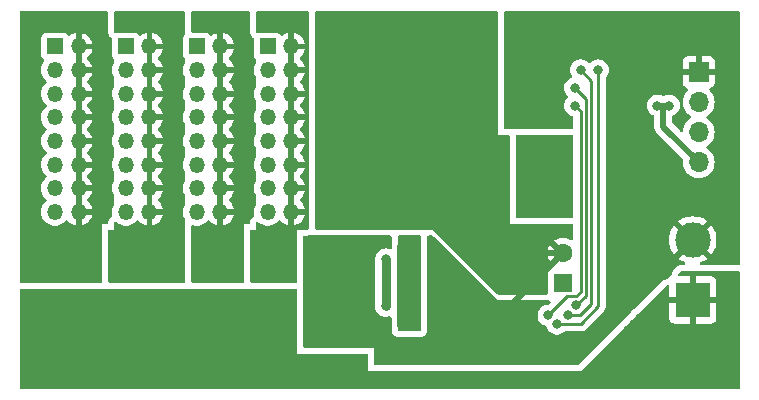
<source format=gbr>
%TF.GenerationSoftware,KiCad,Pcbnew,7.0.9-rc2*%
%TF.CreationDate,2023-12-26T16:59:53-08:00*%
%TF.ProjectId,driver_board,64726976-6572-45f6-926f-6172642e6b69,rev?*%
%TF.SameCoordinates,PX5f5e100PY5f5e100*%
%TF.FileFunction,Copper,L2,Bot*%
%TF.FilePolarity,Positive*%
%FSLAX46Y46*%
G04 Gerber Fmt 4.6, Leading zero omitted, Abs format (unit mm)*
G04 Created by KiCad (PCBNEW 7.0.9-rc2) date 2023-12-26 16:59:53*
%MOMM*%
%LPD*%
G01*
G04 APERTURE LIST*
%TA.AperFunction,ComponentPad*%
%ADD10C,1.600000*%
%TD*%
%TA.AperFunction,ComponentPad*%
%ADD11R,1.600000X1.600000*%
%TD*%
%TA.AperFunction,ComponentPad*%
%ADD12R,3.000000X3.000000*%
%TD*%
%TA.AperFunction,ComponentPad*%
%ADD13C,3.000000*%
%TD*%
%TA.AperFunction,ComponentPad*%
%ADD14R,1.700000X1.700000*%
%TD*%
%TA.AperFunction,ComponentPad*%
%ADD15O,1.700000X1.700000*%
%TD*%
%TA.AperFunction,ComponentPad*%
%ADD16R,1.350000X1.350000*%
%TD*%
%TA.AperFunction,ComponentPad*%
%ADD17O,1.350000X1.350000*%
%TD*%
%TA.AperFunction,ViaPad*%
%ADD18C,0.800000*%
%TD*%
%TA.AperFunction,Conductor*%
%ADD19C,0.750000*%
%TD*%
%TA.AperFunction,Conductor*%
%ADD20C,1.000000*%
%TD*%
%TA.AperFunction,Conductor*%
%ADD21C,0.250000*%
%TD*%
%TA.AperFunction,Conductor*%
%ADD22C,0.500000*%
%TD*%
G04 APERTURE END LIST*
D10*
%TO.P,C5,2*%
%TO.N,GND*%
X46000000Y-20500000D03*
D11*
%TO.P,C5,1*%
%TO.N,+12V*%
X46000000Y-23000000D03*
%TD*%
D12*
%TO.P,J7,1,Pin_1*%
%TO.N,+12V*%
X57000000Y-24460000D03*
D13*
%TO.P,J7,2,Pin_2*%
%TO.N,GND*%
X57000000Y-19380000D03*
%TD*%
D14*
%TO.P,J5,1,Pin_1*%
%TO.N,GND*%
X57500000Y-5175000D03*
D15*
%TO.P,J5,2,Pin_2*%
%TO.N,/SCL*%
X57500000Y-7715000D03*
%TO.P,J5,3,Pin_3*%
%TO.N,/SDA*%
X57500000Y-10255000D03*
%TO.P,J5,4,Pin_4*%
%TO.N,+5V*%
X57500000Y-12795000D03*
%TD*%
D16*
%TO.P,J4,1,Pin_1*%
%TO.N,/SEG_PD_A*%
X21000000Y-3000000D03*
D17*
%TO.P,J4,2,Pin_2*%
%TO.N,Net-(J4-Pin_10)*%
X23000000Y-3000000D03*
%TO.P,J4,3,Pin_3*%
%TO.N,/SEG_PD_B*%
X21000000Y-5000000D03*
%TO.P,J4,4,Pin_4*%
%TO.N,Net-(J4-Pin_10)*%
X23000000Y-5000000D03*
%TO.P,J4,5,Pin_5*%
%TO.N,/SEG_PD_C*%
X21000000Y-7000000D03*
%TO.P,J4,6,Pin_6*%
%TO.N,Net-(J4-Pin_10)*%
X23000000Y-7000000D03*
%TO.P,J4,7,Pin_7*%
%TO.N,/SEG_PD_D*%
X21000000Y-9000000D03*
%TO.P,J4,8,Pin_8*%
%TO.N,Net-(J4-Pin_10)*%
X23000000Y-9000000D03*
%TO.P,J4,9,Pin_9*%
%TO.N,/SEG_PD_E*%
X21000000Y-11000000D03*
%TO.P,J4,10,Pin_10*%
%TO.N,Net-(J4-Pin_10)*%
X23000000Y-11000000D03*
%TO.P,J4,11,Pin_11*%
%TO.N,/SEG_PD_F*%
X21000000Y-13000000D03*
%TO.P,J4,12,Pin_12*%
%TO.N,Net-(J4-Pin_10)*%
X23000000Y-13000000D03*
%TO.P,J4,13,Pin_13*%
%TO.N,/SEG_PD_G*%
X21000000Y-15000000D03*
%TO.P,J4,14,Pin_14*%
%TO.N,Net-(J4-Pin_10)*%
X23000000Y-15000000D03*
%TO.P,J4,15,Pin_15*%
%TO.N,/SEG_PD_DP*%
X21000000Y-17000000D03*
%TO.P,J4,16,Pin_16*%
%TO.N,Net-(J4-Pin_10)*%
X23000000Y-17000000D03*
%TD*%
D16*
%TO.P,J3,1,Pin_1*%
%TO.N,/SEG_PD_A*%
X15000000Y-3000000D03*
D17*
%TO.P,J3,2,Pin_2*%
%TO.N,Net-(J3-Pin_10)*%
X17000000Y-3000000D03*
%TO.P,J3,3,Pin_3*%
%TO.N,/SEG_PD_B*%
X15000000Y-5000000D03*
%TO.P,J3,4,Pin_4*%
%TO.N,Net-(J3-Pin_10)*%
X17000000Y-5000000D03*
%TO.P,J3,5,Pin_5*%
%TO.N,/SEG_PD_C*%
X15000000Y-7000000D03*
%TO.P,J3,6,Pin_6*%
%TO.N,Net-(J3-Pin_10)*%
X17000000Y-7000000D03*
%TO.P,J3,7,Pin_7*%
%TO.N,/SEG_PD_D*%
X15000000Y-9000000D03*
%TO.P,J3,8,Pin_8*%
%TO.N,Net-(J3-Pin_10)*%
X17000000Y-9000000D03*
%TO.P,J3,9,Pin_9*%
%TO.N,/SEG_PD_E*%
X15000000Y-11000000D03*
%TO.P,J3,10,Pin_10*%
%TO.N,Net-(J3-Pin_10)*%
X17000000Y-11000000D03*
%TO.P,J3,11,Pin_11*%
%TO.N,/SEG_PD_F*%
X15000000Y-13000000D03*
%TO.P,J3,12,Pin_12*%
%TO.N,Net-(J3-Pin_10)*%
X17000000Y-13000000D03*
%TO.P,J3,13,Pin_13*%
%TO.N,/SEG_PD_G*%
X15000000Y-15000000D03*
%TO.P,J3,14,Pin_14*%
%TO.N,Net-(J3-Pin_10)*%
X17000000Y-15000000D03*
%TO.P,J3,15,Pin_15*%
%TO.N,/SEG_PD_DP*%
X15000000Y-17000000D03*
%TO.P,J3,16,Pin_16*%
%TO.N,Net-(J3-Pin_10)*%
X17000000Y-17000000D03*
%TD*%
D16*
%TO.P,J2,1,Pin_1*%
%TO.N,/SEG_PD_A*%
X9000000Y-3000000D03*
D17*
%TO.P,J2,2,Pin_2*%
%TO.N,Net-(J2-Pin_10)*%
X11000000Y-3000000D03*
%TO.P,J2,3,Pin_3*%
%TO.N,/SEG_PD_B*%
X9000000Y-5000000D03*
%TO.P,J2,4,Pin_4*%
%TO.N,Net-(J2-Pin_10)*%
X11000000Y-5000000D03*
%TO.P,J2,5,Pin_5*%
%TO.N,/SEG_PD_C*%
X9000000Y-7000000D03*
%TO.P,J2,6,Pin_6*%
%TO.N,Net-(J2-Pin_10)*%
X11000000Y-7000000D03*
%TO.P,J2,7,Pin_7*%
%TO.N,/SEG_PD_D*%
X9000000Y-9000000D03*
%TO.P,J2,8,Pin_8*%
%TO.N,Net-(J2-Pin_10)*%
X11000000Y-9000000D03*
%TO.P,J2,9,Pin_9*%
%TO.N,/SEG_PD_E*%
X9000000Y-11000000D03*
%TO.P,J2,10,Pin_10*%
%TO.N,Net-(J2-Pin_10)*%
X11000000Y-11000000D03*
%TO.P,J2,11,Pin_11*%
%TO.N,/SEG_PD_F*%
X9000000Y-13000000D03*
%TO.P,J2,12,Pin_12*%
%TO.N,Net-(J2-Pin_10)*%
X11000000Y-13000000D03*
%TO.P,J2,13,Pin_13*%
%TO.N,/SEG_PD_G*%
X9000000Y-15000000D03*
%TO.P,J2,14,Pin_14*%
%TO.N,Net-(J2-Pin_10)*%
X11000000Y-15000000D03*
%TO.P,J2,15,Pin_15*%
%TO.N,/SEG_PD_DP*%
X9000000Y-17000000D03*
%TO.P,J2,16,Pin_16*%
%TO.N,Net-(J2-Pin_10)*%
X11000000Y-17000000D03*
%TD*%
D16*
%TO.P,J1,1,Pin_1*%
%TO.N,/SEG_PD_A*%
X3000000Y-3000000D03*
D17*
%TO.P,J1,2,Pin_2*%
%TO.N,Net-(J1-Pin_10)*%
X5000000Y-3000000D03*
%TO.P,J1,3,Pin_3*%
%TO.N,/SEG_PD_B*%
X3000000Y-5000000D03*
%TO.P,J1,4,Pin_4*%
%TO.N,Net-(J1-Pin_10)*%
X5000000Y-5000000D03*
%TO.P,J1,5,Pin_5*%
%TO.N,/SEG_PD_C*%
X3000000Y-7000000D03*
%TO.P,J1,6,Pin_6*%
%TO.N,Net-(J1-Pin_10)*%
X5000000Y-7000000D03*
%TO.P,J1,7,Pin_7*%
%TO.N,/SEG_PD_D*%
X3000000Y-9000000D03*
%TO.P,J1,8,Pin_8*%
%TO.N,Net-(J1-Pin_10)*%
X5000000Y-9000000D03*
%TO.P,J1,9,Pin_9*%
%TO.N,/SEG_PD_E*%
X3000000Y-11000000D03*
%TO.P,J1,10,Pin_10*%
%TO.N,Net-(J1-Pin_10)*%
X5000000Y-11000000D03*
%TO.P,J1,11,Pin_11*%
%TO.N,/SEG_PD_F*%
X3000000Y-13000000D03*
%TO.P,J1,12,Pin_12*%
%TO.N,Net-(J1-Pin_10)*%
X5000000Y-13000000D03*
%TO.P,J1,13,Pin_13*%
%TO.N,/SEG_PD_G*%
X3000000Y-15000000D03*
%TO.P,J1,14,Pin_14*%
%TO.N,Net-(J1-Pin_10)*%
X5000000Y-15000000D03*
%TO.P,J1,15,Pin_15*%
%TO.N,/SEG_PD_DP*%
X3000000Y-17000000D03*
%TO.P,J1,16,Pin_16*%
%TO.N,Net-(J1-Pin_10)*%
X5000000Y-17000000D03*
%TD*%
D18*
%TO.N,GND*%
X26000000Y-24000000D03*
%TO.N,+12V*%
X5500000Y-30000000D03*
X8000000Y-30000000D03*
X17000000Y-30000000D03*
X19500000Y-30000000D03*
X27000000Y-31000000D03*
X51500000Y-27000000D03*
X52000000Y-26500000D03*
X52500000Y-26000000D03*
X12000000Y-24500000D03*
X22500000Y-26000000D03*
%TO.N,GND*%
X32500000Y-17000000D03*
X32500000Y-13000000D03*
X32500000Y-9000000D03*
X32500000Y-5000000D03*
X25500000Y-4000000D03*
X25500000Y-8000000D03*
X25500000Y-12000000D03*
X25500000Y-16000000D03*
%TO.N,/DIG_VT_0*%
X31000000Y-21000000D03*
X30999999Y-24999993D03*
%TO.N,+5V*%
X55000000Y-8000000D03*
X54000000Y-8000000D03*
X33500010Y-26600000D03*
X32500017Y-26600000D03*
X33500002Y-20000002D03*
X32500004Y-20000004D03*
X43500000Y-17000000D03*
X42500000Y-17000000D03*
X43500000Y-11000000D03*
X42500000Y-11000000D03*
%TO.N,GND*%
X25600000Y-28000000D03*
X24800000Y-28000000D03*
X41000000Y-28600000D03*
X41000000Y-29400000D03*
%TO.N,/DIG_3*%
X47000000Y-8000000D03*
X44757536Y-25757536D03*
%TO.N,/DIG_2*%
X47138571Y-24912248D03*
X47000000Y-6500000D03*
%TO.N,/DIG_1*%
X46473786Y-25725000D03*
X47500000Y-5000000D03*
%TO.N,/DIG_0*%
X49000000Y-5000000D03*
X45500000Y-26500010D03*
%TD*%
D19*
%TO.N,/DIG_VT_0*%
X31000000Y-24999994D02*
X30999999Y-24999993D01*
D20*
%TO.N,+5V*%
X33500010Y-26600000D02*
X33500000Y-26599990D01*
X33500000Y-26599990D02*
X33500000Y-20000000D01*
X32500000Y-20000000D02*
X32500000Y-26599983D01*
X32500000Y-26599983D02*
X32500017Y-26600000D01*
D21*
%TO.N,/DIG_0*%
X49000000Y-5000000D02*
X49000000Y-25000000D01*
X49000000Y-25000000D02*
X47499990Y-26500010D01*
X47499990Y-26500010D02*
X45500000Y-26500010D01*
%TO.N,/DIG_3*%
X46380072Y-24135000D02*
X44757536Y-25757536D01*
%TO.N,/DIG_1*%
X48420000Y-24772032D02*
X47467032Y-25725000D01*
%TO.N,/DIG_3*%
X47500000Y-23770000D02*
X47135000Y-24135000D01*
%TO.N,/DIG_1*%
X47500000Y-5000000D02*
X48420000Y-5920000D01*
%TO.N,/DIG_3*%
X47000000Y-8000000D02*
X47500000Y-8500000D01*
%TO.N,/DIG_1*%
X48420000Y-5920000D02*
X48420000Y-24772032D01*
%TO.N,/DIG_3*%
X47500000Y-8500000D02*
X47500000Y-23770000D01*
%TO.N,/DIG_2*%
X47000000Y-6500000D02*
X47960000Y-7460000D01*
X47960000Y-7460000D02*
X47960000Y-24090819D01*
X47960000Y-24090819D02*
X47138571Y-24912248D01*
%TO.N,/DIG_1*%
X47467032Y-25725000D02*
X46473786Y-25725000D01*
%TO.N,/DIG_3*%
X47135000Y-24135000D02*
X46380072Y-24135000D01*
D22*
%TO.N,GND*%
X25500000Y-8000000D02*
X25500000Y-4000000D01*
X32500000Y-9000000D02*
X32500000Y-5000000D01*
X32500000Y-13000000D02*
X32500000Y-9000000D01*
X32500000Y-17000000D02*
X32500000Y-13000000D01*
X25500000Y-12000000D02*
X25500000Y-8000000D01*
X25500000Y-16000000D02*
X25500000Y-12000000D01*
X32500000Y-17000000D02*
X26500000Y-17000000D01*
X26500000Y-17000000D02*
X25500000Y-16000000D01*
X46000000Y-20500000D02*
X42000000Y-20500000D01*
X38500000Y-17000000D02*
X32500000Y-17000000D01*
X42000000Y-20500000D02*
X38500000Y-17000000D01*
D19*
%TO.N,/DIG_VT_0*%
X31000000Y-24999994D02*
X31000000Y-21000000D01*
D22*
%TO.N,+5V*%
X54500000Y-8000000D02*
X55000000Y-8000000D01*
X57500000Y-12795000D02*
X54500000Y-9795000D01*
X54500000Y-9795000D02*
X54500000Y-8000000D01*
X54500000Y-8000000D02*
X54000000Y-8000000D01*
D20*
X43500000Y-17000000D02*
X43500000Y-11000000D01*
X42500000Y-11000000D02*
X42500000Y-17000000D01*
D22*
%TO.N,GND*%
X41000000Y-28600000D02*
X41000000Y-25500000D01*
X41000000Y-25500000D02*
X46000000Y-20500000D01*
D21*
%TO.N,Net-(J3-Pin_10)*%
X17000000Y-9000000D02*
X17000000Y-11000000D01*
X17000000Y-7000000D02*
X17000000Y-9000000D01*
X17000000Y-5000000D02*
X17000000Y-7000000D01*
X17000000Y-3000000D02*
X17000000Y-5000000D01*
%TO.N,Net-(J2-Pin_10)*%
X11000000Y-7000000D02*
X11000000Y-9000000D01*
X11000000Y-5000000D02*
X11000000Y-7000000D01*
X11000000Y-3000000D02*
X11000000Y-5000000D01*
%TO.N,Net-(J1-Pin_10)*%
X5000000Y-7000000D02*
X5000000Y-9000000D01*
X5000000Y-5000000D02*
X5000000Y-7000000D01*
X5000000Y-3000000D02*
X5000000Y-5000000D01*
X5000000Y-15000000D02*
X5000000Y-17000000D01*
X5000000Y-13000000D02*
X5000000Y-15000000D01*
X5000000Y-11000000D02*
X5000000Y-13000000D01*
X5000000Y-9000000D02*
X5000000Y-11000000D01*
%TO.N,Net-(J2-Pin_10)*%
X11000000Y-11000000D02*
X11000000Y-9000000D01*
X11000000Y-13000000D02*
X11000000Y-11000000D01*
X11000000Y-15000000D02*
X11000000Y-13000000D01*
X11000000Y-17000000D02*
X11000000Y-15000000D01*
%TO.N,Net-(J3-Pin_10)*%
X17000000Y-13000000D02*
X17000000Y-11000000D01*
X17000000Y-15000000D02*
X17000000Y-13000000D01*
X17000000Y-17000000D02*
X17000000Y-15000000D01*
%TO.N,Net-(J4-Pin_10)*%
X23000000Y-15000000D02*
X23000000Y-17000000D01*
X23000000Y-13000000D02*
X23000000Y-15000000D01*
X23000000Y-11000000D02*
X23000000Y-13000000D01*
X23000000Y-9000000D02*
X23000000Y-11000000D01*
X23000000Y-7000000D02*
X23000000Y-9000000D01*
X23000000Y-5000000D02*
X23000000Y-7000000D01*
X23000000Y-3000000D02*
X23000000Y-5000000D01*
%TD*%
%TA.AperFunction,Conductor*%
%TO.N,Net-(J4-Pin_10)*%
G36*
X24443039Y-20185D02*
G01*
X24488794Y-72989D01*
X24500000Y-124500D01*
X24500000Y-18376000D01*
X24480315Y-18443039D01*
X24427511Y-18488794D01*
X24376000Y-18500000D01*
X23500000Y-18500000D01*
X23500000Y-22876000D01*
X23480315Y-22943039D01*
X23427511Y-22988794D01*
X23376000Y-23000000D01*
X19624000Y-23000000D01*
X19556961Y-22980315D01*
X19511206Y-22927511D01*
X19500000Y-22876000D01*
X19500000Y-18624000D01*
X19519685Y-18556961D01*
X19572489Y-18511206D01*
X19624000Y-18500000D01*
X20000000Y-18500000D01*
X20000000Y-17959856D01*
X20019685Y-17892817D01*
X20072489Y-17847062D01*
X20141647Y-17837118D01*
X20205203Y-17866143D01*
X20207513Y-17868196D01*
X20288568Y-17942088D01*
X20288575Y-17942092D01*
X20288576Y-17942093D01*
X20473786Y-18056770D01*
X20473792Y-18056773D01*
X20496664Y-18065633D01*
X20676931Y-18135470D01*
X20891074Y-18175500D01*
X20891076Y-18175500D01*
X21108924Y-18175500D01*
X21108926Y-18175500D01*
X21323069Y-18135470D01*
X21526210Y-18056772D01*
X21711432Y-17942088D01*
X21872427Y-17795322D01*
X21901359Y-17757009D01*
X21957465Y-17715373D01*
X22027177Y-17710680D01*
X22088360Y-17744421D01*
X22099267Y-17757009D01*
X22127942Y-17794981D01*
X22127949Y-17794989D01*
X22288868Y-17941685D01*
X22474012Y-18056322D01*
X22474023Y-18056327D01*
X22677060Y-18134984D01*
X22750000Y-18148619D01*
X22750000Y-17315686D01*
X22761955Y-17327641D01*
X22874852Y-17385165D01*
X22968519Y-17400000D01*
X23031481Y-17400000D01*
X23125148Y-17385165D01*
X23238045Y-17327641D01*
X23250000Y-17315686D01*
X23250000Y-18148619D01*
X23322939Y-18134984D01*
X23525976Y-18056327D01*
X23525987Y-18056322D01*
X23711130Y-17941685D01*
X23711131Y-17941685D01*
X23872054Y-17794985D01*
X24003284Y-17621208D01*
X24100348Y-17426280D01*
X24150505Y-17250000D01*
X23315686Y-17250000D01*
X23327641Y-17238045D01*
X23385165Y-17125148D01*
X23404986Y-17000000D01*
X23385165Y-16874852D01*
X23327641Y-16761955D01*
X23315686Y-16750000D01*
X24150505Y-16750000D01*
X24150505Y-16749999D01*
X24100348Y-16573719D01*
X24003284Y-16378791D01*
X23872056Y-16205017D01*
X23747684Y-16091638D01*
X23711403Y-16031927D01*
X23713163Y-15962079D01*
X23747684Y-15908362D01*
X23872056Y-15794982D01*
X24003284Y-15621208D01*
X24100348Y-15426280D01*
X24150505Y-15250000D01*
X23315686Y-15250000D01*
X23327641Y-15238045D01*
X23385165Y-15125148D01*
X23404986Y-15000000D01*
X23385165Y-14874852D01*
X23327641Y-14761955D01*
X23315686Y-14750000D01*
X24150505Y-14750000D01*
X24150505Y-14749999D01*
X24100348Y-14573719D01*
X24003284Y-14378791D01*
X23872056Y-14205017D01*
X23747684Y-14091638D01*
X23711403Y-14031927D01*
X23713163Y-13962079D01*
X23747684Y-13908362D01*
X23872056Y-13794982D01*
X24003284Y-13621208D01*
X24100348Y-13426280D01*
X24150505Y-13250000D01*
X23315686Y-13250000D01*
X23327641Y-13238045D01*
X23385165Y-13125148D01*
X23404986Y-13000000D01*
X23385165Y-12874852D01*
X23327641Y-12761955D01*
X23315686Y-12750000D01*
X24150505Y-12750000D01*
X24150505Y-12749999D01*
X24100348Y-12573719D01*
X24003284Y-12378791D01*
X23872056Y-12205017D01*
X23747684Y-12091638D01*
X23711403Y-12031927D01*
X23713163Y-11962079D01*
X23747684Y-11908362D01*
X23872056Y-11794982D01*
X24003284Y-11621208D01*
X24100348Y-11426280D01*
X24150505Y-11250000D01*
X23315686Y-11250000D01*
X23327641Y-11238045D01*
X23385165Y-11125148D01*
X23404986Y-11000000D01*
X23385165Y-10874852D01*
X23327641Y-10761955D01*
X23315686Y-10750000D01*
X24150505Y-10750000D01*
X24150505Y-10749999D01*
X24100348Y-10573719D01*
X24003284Y-10378791D01*
X23872056Y-10205017D01*
X23747684Y-10091638D01*
X23711403Y-10031927D01*
X23713163Y-9962079D01*
X23747684Y-9908362D01*
X23872056Y-9794982D01*
X24003284Y-9621208D01*
X24100348Y-9426280D01*
X24150505Y-9250000D01*
X23315686Y-9250000D01*
X23327641Y-9238045D01*
X23385165Y-9125148D01*
X23404986Y-9000000D01*
X23385165Y-8874852D01*
X23327641Y-8761955D01*
X23315686Y-8750000D01*
X24150505Y-8750000D01*
X24150505Y-8749999D01*
X24100348Y-8573719D01*
X24003284Y-8378791D01*
X23872056Y-8205017D01*
X23747684Y-8091638D01*
X23711403Y-8031927D01*
X23713163Y-7962079D01*
X23747684Y-7908362D01*
X23872056Y-7794982D01*
X24003284Y-7621208D01*
X24100348Y-7426280D01*
X24150505Y-7250000D01*
X23315686Y-7250000D01*
X23327641Y-7238045D01*
X23385165Y-7125148D01*
X23404986Y-7000000D01*
X23385165Y-6874852D01*
X23327641Y-6761955D01*
X23315686Y-6750000D01*
X24150505Y-6750000D01*
X24150505Y-6749999D01*
X24100348Y-6573719D01*
X24003284Y-6378791D01*
X23872056Y-6205017D01*
X23747684Y-6091638D01*
X23711403Y-6031927D01*
X23713163Y-5962079D01*
X23747684Y-5908362D01*
X23872056Y-5794982D01*
X24003284Y-5621208D01*
X24100348Y-5426280D01*
X24150505Y-5250000D01*
X23315686Y-5250000D01*
X23327641Y-5238045D01*
X23385165Y-5125148D01*
X23404986Y-5000000D01*
X23385165Y-4874852D01*
X23327641Y-4761955D01*
X23315686Y-4750000D01*
X24150505Y-4750000D01*
X24150505Y-4749999D01*
X24100348Y-4573719D01*
X24003284Y-4378791D01*
X23872056Y-4205017D01*
X23747684Y-4091638D01*
X23711403Y-4031927D01*
X23713163Y-3962079D01*
X23747684Y-3908362D01*
X23872056Y-3794982D01*
X24003284Y-3621208D01*
X24100348Y-3426280D01*
X24150505Y-3250000D01*
X23315686Y-3250000D01*
X23327641Y-3238045D01*
X23385165Y-3125148D01*
X23404986Y-3000000D01*
X23385165Y-2874852D01*
X23327641Y-2761955D01*
X23315686Y-2750000D01*
X24150505Y-2750000D01*
X24150505Y-2749999D01*
X24100348Y-2573719D01*
X24003284Y-2378791D01*
X23872054Y-2205014D01*
X23711131Y-2058314D01*
X23525987Y-1943677D01*
X23525985Y-1943676D01*
X23322931Y-1865013D01*
X23322921Y-1865010D01*
X23250001Y-1851378D01*
X23250000Y-1851379D01*
X23250000Y-2684314D01*
X23238045Y-2672359D01*
X23125148Y-2614835D01*
X23031481Y-2600000D01*
X22968519Y-2600000D01*
X22874852Y-2614835D01*
X22761955Y-2672359D01*
X22750000Y-2684314D01*
X22750000Y-1851379D01*
X22749998Y-1851378D01*
X22677078Y-1865010D01*
X22677068Y-1865013D01*
X22474014Y-1943676D01*
X22474012Y-1943677D01*
X22288869Y-2058314D01*
X22288868Y-2058314D01*
X22277887Y-2068325D01*
X22215082Y-2098940D01*
X22145695Y-2090740D01*
X22095086Y-2050997D01*
X22032546Y-1967454D01*
X22000783Y-1943676D01*
X21917335Y-1881206D01*
X21917328Y-1881202D01*
X21782482Y-1830908D01*
X21782483Y-1830908D01*
X21722883Y-1824501D01*
X21722881Y-1824500D01*
X21722873Y-1824500D01*
X21722864Y-1824500D01*
X20277129Y-1824500D01*
X20277123Y-1824501D01*
X20217516Y-1830908D01*
X20167333Y-1849626D01*
X20097641Y-1854610D01*
X20036318Y-1821125D01*
X20002834Y-1759801D01*
X20000000Y-1733444D01*
X20000000Y-124500D01*
X20019685Y-57461D01*
X20072489Y-11706D01*
X20124000Y-500D01*
X24376000Y-500D01*
X24443039Y-20185D01*
G37*
%TD.AperFunction*%
%TA.AperFunction,Conductor*%
G36*
X23250000Y-16684314D02*
G01*
X23238045Y-16672359D01*
X23125148Y-16614835D01*
X23031481Y-16600000D01*
X22968519Y-16600000D01*
X22874852Y-16614835D01*
X22761955Y-16672359D01*
X22750000Y-16684314D01*
X22750000Y-15315686D01*
X22761955Y-15327641D01*
X22874852Y-15385165D01*
X22968519Y-15400000D01*
X23031481Y-15400000D01*
X23125148Y-15385165D01*
X23238045Y-15327641D01*
X23250000Y-15315686D01*
X23250000Y-16684314D01*
G37*
%TD.AperFunction*%
%TA.AperFunction,Conductor*%
G36*
X23250000Y-14684314D02*
G01*
X23238045Y-14672359D01*
X23125148Y-14614835D01*
X23031481Y-14600000D01*
X22968519Y-14600000D01*
X22874852Y-14614835D01*
X22761955Y-14672359D01*
X22750000Y-14684314D01*
X22750000Y-13315686D01*
X22761955Y-13327641D01*
X22874852Y-13385165D01*
X22968519Y-13400000D01*
X23031481Y-13400000D01*
X23125148Y-13385165D01*
X23238045Y-13327641D01*
X23250000Y-13315686D01*
X23250000Y-14684314D01*
G37*
%TD.AperFunction*%
%TA.AperFunction,Conductor*%
G36*
X23250000Y-12684314D02*
G01*
X23238045Y-12672359D01*
X23125148Y-12614835D01*
X23031481Y-12600000D01*
X22968519Y-12600000D01*
X22874852Y-12614835D01*
X22761955Y-12672359D01*
X22750000Y-12684314D01*
X22750000Y-11315686D01*
X22761955Y-11327641D01*
X22874852Y-11385165D01*
X22968519Y-11400000D01*
X23031481Y-11400000D01*
X23125148Y-11385165D01*
X23238045Y-11327641D01*
X23250000Y-11315686D01*
X23250000Y-12684314D01*
G37*
%TD.AperFunction*%
%TA.AperFunction,Conductor*%
G36*
X23250000Y-10684314D02*
G01*
X23238045Y-10672359D01*
X23125148Y-10614835D01*
X23031481Y-10600000D01*
X22968519Y-10600000D01*
X22874852Y-10614835D01*
X22761955Y-10672359D01*
X22750000Y-10684314D01*
X22750000Y-9315686D01*
X22761955Y-9327641D01*
X22874852Y-9385165D01*
X22968519Y-9400000D01*
X23031481Y-9400000D01*
X23125148Y-9385165D01*
X23238045Y-9327641D01*
X23250000Y-9315686D01*
X23250000Y-10684314D01*
G37*
%TD.AperFunction*%
%TA.AperFunction,Conductor*%
G36*
X23250000Y-8684314D02*
G01*
X23238045Y-8672359D01*
X23125148Y-8614835D01*
X23031481Y-8600000D01*
X22968519Y-8600000D01*
X22874852Y-8614835D01*
X22761955Y-8672359D01*
X22750000Y-8684314D01*
X22750000Y-7315686D01*
X22761955Y-7327641D01*
X22874852Y-7385165D01*
X22968519Y-7400000D01*
X23031481Y-7400000D01*
X23125148Y-7385165D01*
X23238045Y-7327641D01*
X23250000Y-7315686D01*
X23250000Y-8684314D01*
G37*
%TD.AperFunction*%
%TA.AperFunction,Conductor*%
G36*
X23250000Y-6684314D02*
G01*
X23238045Y-6672359D01*
X23125148Y-6614835D01*
X23031481Y-6600000D01*
X22968519Y-6600000D01*
X22874852Y-6614835D01*
X22761955Y-6672359D01*
X22750000Y-6684314D01*
X22750000Y-5315686D01*
X22761955Y-5327641D01*
X22874852Y-5385165D01*
X22968519Y-5400000D01*
X23031481Y-5400000D01*
X23125148Y-5385165D01*
X23238045Y-5327641D01*
X23250000Y-5315686D01*
X23250000Y-6684314D01*
G37*
%TD.AperFunction*%
%TA.AperFunction,Conductor*%
G36*
X23250000Y-4684314D02*
G01*
X23238045Y-4672359D01*
X23125148Y-4614835D01*
X23031481Y-4600000D01*
X22968519Y-4600000D01*
X22874852Y-4614835D01*
X22761955Y-4672359D01*
X22750000Y-4684314D01*
X22750000Y-3315686D01*
X22761955Y-3327641D01*
X22874852Y-3385165D01*
X22968519Y-3400000D01*
X23031481Y-3400000D01*
X23125148Y-3385165D01*
X23238045Y-3327641D01*
X23250000Y-3315686D01*
X23250000Y-4684314D01*
G37*
%TD.AperFunction*%
%TD*%
%TA.AperFunction,Conductor*%
%TO.N,Net-(J3-Pin_10)*%
G36*
X19437539Y-20185D02*
G01*
X19483294Y-72989D01*
X19494500Y-124500D01*
X19494500Y-1746984D01*
X19495950Y-1774024D01*
X19495951Y-1774030D01*
X19500231Y-1813846D01*
X19500232Y-1813847D01*
X19508883Y-1867241D01*
X19508884Y-1867246D01*
X19559161Y-2002049D01*
X19559162Y-2002052D01*
X19559163Y-2002053D01*
X19592647Y-2063377D01*
X19592653Y-2063388D01*
X19678874Y-2178566D01*
X19774810Y-2250383D01*
X19816682Y-2306316D01*
X19824500Y-2349650D01*
X19824500Y-3722870D01*
X19824501Y-3722876D01*
X19830908Y-3782483D01*
X19881202Y-3917328D01*
X19881203Y-3917329D01*
X19881204Y-3917331D01*
X19965646Y-4030131D01*
X19972769Y-4039646D01*
X19970529Y-4041322D01*
X19997161Y-4090072D01*
X20000000Y-4116454D01*
X20000000Y-4341907D01*
X19987000Y-4397178D01*
X19899185Y-4573534D01*
X19899184Y-4573535D01*
X19839564Y-4783081D01*
X19819464Y-4999999D01*
X19819464Y-5000000D01*
X19839564Y-5216918D01*
X19839564Y-5216920D01*
X19839565Y-5216923D01*
X19865888Y-5309438D01*
X19899184Y-5426462D01*
X19987000Y-5602819D01*
X20000000Y-5658091D01*
X20000000Y-6341907D01*
X19987000Y-6397178D01*
X19899185Y-6573534D01*
X19899184Y-6573535D01*
X19839564Y-6783081D01*
X19819464Y-6999999D01*
X19819464Y-7000000D01*
X19839564Y-7216918D01*
X19839564Y-7216920D01*
X19839565Y-7216923D01*
X19865888Y-7309438D01*
X19899184Y-7426462D01*
X19987000Y-7602819D01*
X20000000Y-7658091D01*
X20000000Y-8341907D01*
X19987000Y-8397178D01*
X19899185Y-8573534D01*
X19899184Y-8573535D01*
X19839564Y-8783081D01*
X19819464Y-8999999D01*
X19819464Y-9000000D01*
X19839564Y-9216918D01*
X19839564Y-9216920D01*
X19839565Y-9216923D01*
X19865888Y-9309438D01*
X19899184Y-9426462D01*
X19987000Y-9602819D01*
X20000000Y-9658091D01*
X20000000Y-10341907D01*
X19987000Y-10397178D01*
X19899185Y-10573534D01*
X19899184Y-10573535D01*
X19839564Y-10783081D01*
X19819464Y-10999999D01*
X19819464Y-11000000D01*
X19839564Y-11216918D01*
X19839564Y-11216920D01*
X19839565Y-11216923D01*
X19865888Y-11309438D01*
X19899184Y-11426462D01*
X19987000Y-11602819D01*
X20000000Y-11658091D01*
X20000000Y-12341907D01*
X19987000Y-12397178D01*
X19899185Y-12573534D01*
X19899184Y-12573535D01*
X19839564Y-12783081D01*
X19819464Y-12999999D01*
X19819464Y-13000000D01*
X19839564Y-13216918D01*
X19839564Y-13216920D01*
X19839565Y-13216923D01*
X19865888Y-13309438D01*
X19899184Y-13426462D01*
X19987000Y-13602819D01*
X20000000Y-13658091D01*
X20000000Y-14341907D01*
X19987000Y-14397178D01*
X19899185Y-14573534D01*
X19899184Y-14573535D01*
X19839564Y-14783081D01*
X19819464Y-14999999D01*
X19819464Y-15000000D01*
X19839564Y-15216918D01*
X19839564Y-15216920D01*
X19839565Y-15216923D01*
X19865888Y-15309438D01*
X19899184Y-15426462D01*
X19987000Y-15602819D01*
X20000000Y-15658091D01*
X20000000Y-16341907D01*
X19987000Y-16397178D01*
X19899185Y-16573534D01*
X19899184Y-16573535D01*
X19839564Y-16783081D01*
X19819464Y-16999999D01*
X19819464Y-17000000D01*
X19839564Y-17216918D01*
X19839564Y-17216920D01*
X19839565Y-17216923D01*
X19858897Y-17284872D01*
X19858310Y-17354738D01*
X19820043Y-17413196D01*
X19806671Y-17423119D01*
X19741462Y-17465026D01*
X19741451Y-17465035D01*
X19688659Y-17510779D01*
X19594433Y-17619520D01*
X19594430Y-17619524D01*
X19534664Y-17750390D01*
X19514978Y-17817431D01*
X19514976Y-17817436D01*
X19504019Y-17893647D01*
X19474994Y-17957203D01*
X19416216Y-17994977D01*
X19381281Y-18000000D01*
X19000000Y-18000000D01*
X19000000Y-18576877D01*
X18998738Y-18594523D01*
X18994500Y-18623998D01*
X18994500Y-22876000D01*
X18974815Y-22943039D01*
X18922011Y-22988794D01*
X18870500Y-23000000D01*
X14629500Y-23000000D01*
X14562461Y-22980315D01*
X14516706Y-22927511D01*
X14505500Y-22876000D01*
X14505500Y-18250074D01*
X14525185Y-18183035D01*
X14577989Y-18137280D01*
X14647147Y-18127336D01*
X14674295Y-18134449D01*
X14676931Y-18135470D01*
X14891074Y-18175500D01*
X14891076Y-18175500D01*
X15108924Y-18175500D01*
X15108926Y-18175500D01*
X15323069Y-18135470D01*
X15526210Y-18056772D01*
X15711432Y-17942088D01*
X15872427Y-17795322D01*
X15901359Y-17757009D01*
X15957465Y-17715373D01*
X16027177Y-17710680D01*
X16088360Y-17744421D01*
X16099267Y-17757009D01*
X16127942Y-17794981D01*
X16127949Y-17794989D01*
X16288868Y-17941685D01*
X16474012Y-18056322D01*
X16474023Y-18056327D01*
X16677060Y-18134984D01*
X16750000Y-18148619D01*
X16750000Y-17315686D01*
X16761955Y-17327641D01*
X16874852Y-17385165D01*
X16968519Y-17400000D01*
X17031481Y-17400000D01*
X17125148Y-17385165D01*
X17238045Y-17327641D01*
X17250000Y-17315686D01*
X17250000Y-18148619D01*
X17322939Y-18134984D01*
X17525976Y-18056327D01*
X17525987Y-18056322D01*
X17711130Y-17941685D01*
X17711131Y-17941685D01*
X17872054Y-17794985D01*
X18003284Y-17621208D01*
X18100348Y-17426280D01*
X18150505Y-17250000D01*
X17315686Y-17250000D01*
X17327641Y-17238045D01*
X17385165Y-17125148D01*
X17404986Y-17000000D01*
X17385165Y-16874852D01*
X17327641Y-16761955D01*
X17315686Y-16750000D01*
X18150505Y-16750000D01*
X18150505Y-16749999D01*
X18100348Y-16573719D01*
X18003284Y-16378791D01*
X17872056Y-16205017D01*
X17747684Y-16091638D01*
X17711403Y-16031927D01*
X17713163Y-15962079D01*
X17747684Y-15908362D01*
X17872056Y-15794982D01*
X18003284Y-15621208D01*
X18100348Y-15426280D01*
X18150505Y-15250000D01*
X17315686Y-15250000D01*
X17327641Y-15238045D01*
X17385165Y-15125148D01*
X17404986Y-15000000D01*
X17385165Y-14874852D01*
X17327641Y-14761955D01*
X17315686Y-14750000D01*
X18150505Y-14750000D01*
X18150505Y-14749999D01*
X18100348Y-14573719D01*
X18003284Y-14378791D01*
X17872056Y-14205017D01*
X17747684Y-14091638D01*
X17711403Y-14031927D01*
X17713163Y-13962079D01*
X17747684Y-13908362D01*
X17872056Y-13794982D01*
X18003284Y-13621208D01*
X18100348Y-13426280D01*
X18150505Y-13250000D01*
X17315686Y-13250000D01*
X17327641Y-13238045D01*
X17385165Y-13125148D01*
X17404986Y-13000000D01*
X17385165Y-12874852D01*
X17327641Y-12761955D01*
X17315686Y-12750000D01*
X18150505Y-12750000D01*
X18150505Y-12749999D01*
X18100348Y-12573719D01*
X18003284Y-12378791D01*
X17872056Y-12205017D01*
X17747684Y-12091638D01*
X17711403Y-12031927D01*
X17713163Y-11962079D01*
X17747684Y-11908362D01*
X17872056Y-11794982D01*
X18003284Y-11621208D01*
X18100348Y-11426280D01*
X18150505Y-11250000D01*
X17315686Y-11250000D01*
X17327641Y-11238045D01*
X17385165Y-11125148D01*
X17404986Y-11000000D01*
X17385165Y-10874852D01*
X17327641Y-10761955D01*
X17315686Y-10750000D01*
X18150505Y-10750000D01*
X18150505Y-10749999D01*
X18100348Y-10573719D01*
X18003284Y-10378791D01*
X17872056Y-10205017D01*
X17747684Y-10091638D01*
X17711403Y-10031927D01*
X17713163Y-9962079D01*
X17747684Y-9908362D01*
X17872056Y-9794982D01*
X18003284Y-9621208D01*
X18100348Y-9426280D01*
X18150505Y-9250000D01*
X17315686Y-9250000D01*
X17327641Y-9238045D01*
X17385165Y-9125148D01*
X17404986Y-9000000D01*
X17385165Y-8874852D01*
X17327641Y-8761955D01*
X17315686Y-8750000D01*
X18150505Y-8750000D01*
X18150505Y-8749999D01*
X18100348Y-8573719D01*
X18003284Y-8378791D01*
X17872056Y-8205017D01*
X17747684Y-8091638D01*
X17711403Y-8031927D01*
X17713163Y-7962079D01*
X17747684Y-7908362D01*
X17872056Y-7794982D01*
X18003284Y-7621208D01*
X18100348Y-7426280D01*
X18150505Y-7250000D01*
X17315686Y-7250000D01*
X17327641Y-7238045D01*
X17385165Y-7125148D01*
X17404986Y-7000000D01*
X17385165Y-6874852D01*
X17327641Y-6761955D01*
X17315686Y-6750000D01*
X18150505Y-6750000D01*
X18150505Y-6749999D01*
X18100348Y-6573719D01*
X18003284Y-6378791D01*
X17872056Y-6205017D01*
X17747684Y-6091638D01*
X17711403Y-6031927D01*
X17713163Y-5962079D01*
X17747684Y-5908362D01*
X17872056Y-5794982D01*
X18003284Y-5621208D01*
X18100348Y-5426280D01*
X18150505Y-5250000D01*
X17315686Y-5250000D01*
X17327641Y-5238045D01*
X17385165Y-5125148D01*
X17404986Y-5000000D01*
X17385165Y-4874852D01*
X17327641Y-4761955D01*
X17315686Y-4750000D01*
X18150505Y-4750000D01*
X18150505Y-4749999D01*
X18100348Y-4573719D01*
X18003284Y-4378791D01*
X17872056Y-4205017D01*
X17747684Y-4091638D01*
X17711403Y-4031927D01*
X17713163Y-3962079D01*
X17747684Y-3908362D01*
X17872056Y-3794982D01*
X18003284Y-3621208D01*
X18100348Y-3426280D01*
X18150505Y-3250000D01*
X17315686Y-3250000D01*
X17327641Y-3238045D01*
X17385165Y-3125148D01*
X17404986Y-3000000D01*
X17385165Y-2874852D01*
X17327641Y-2761955D01*
X17315686Y-2750000D01*
X18150505Y-2750000D01*
X18150505Y-2749999D01*
X18100348Y-2573719D01*
X18003284Y-2378791D01*
X17872054Y-2205014D01*
X17711131Y-2058314D01*
X17525987Y-1943677D01*
X17525985Y-1943676D01*
X17322931Y-1865013D01*
X17322921Y-1865010D01*
X17250001Y-1851378D01*
X17250000Y-1851379D01*
X17250000Y-2684314D01*
X17238045Y-2672359D01*
X17125148Y-2614835D01*
X17031481Y-2600000D01*
X16968519Y-2600000D01*
X16874852Y-2614835D01*
X16761955Y-2672359D01*
X16750000Y-2684314D01*
X16750000Y-1851379D01*
X16749998Y-1851378D01*
X16677078Y-1865010D01*
X16677068Y-1865013D01*
X16474014Y-1943676D01*
X16474012Y-1943677D01*
X16288869Y-2058314D01*
X16288868Y-2058314D01*
X16277887Y-2068325D01*
X16215082Y-2098940D01*
X16145695Y-2090740D01*
X16095086Y-2050997D01*
X16032546Y-1967454D01*
X16000783Y-1943676D01*
X15917335Y-1881206D01*
X15917328Y-1881202D01*
X15782482Y-1830908D01*
X15782483Y-1830908D01*
X15722883Y-1824501D01*
X15722881Y-1824500D01*
X15722873Y-1824500D01*
X15722865Y-1824500D01*
X14629500Y-1824500D01*
X14562461Y-1804815D01*
X14516706Y-1752011D01*
X14505500Y-1700500D01*
X14505500Y-124500D01*
X14525185Y-57461D01*
X14577989Y-11706D01*
X14629500Y-500D01*
X19370500Y-500D01*
X19437539Y-20185D01*
G37*
%TD.AperFunction*%
%TA.AperFunction,Conductor*%
G36*
X17250000Y-16684314D02*
G01*
X17238045Y-16672359D01*
X17125148Y-16614835D01*
X17031481Y-16600000D01*
X16968519Y-16600000D01*
X16874852Y-16614835D01*
X16761955Y-16672359D01*
X16750000Y-16684314D01*
X16750000Y-15315686D01*
X16761955Y-15327641D01*
X16874852Y-15385165D01*
X16968519Y-15400000D01*
X17031481Y-15400000D01*
X17125148Y-15385165D01*
X17238045Y-15327641D01*
X17250000Y-15315686D01*
X17250000Y-16684314D01*
G37*
%TD.AperFunction*%
%TA.AperFunction,Conductor*%
G36*
X17250000Y-14684314D02*
G01*
X17238045Y-14672359D01*
X17125148Y-14614835D01*
X17031481Y-14600000D01*
X16968519Y-14600000D01*
X16874852Y-14614835D01*
X16761955Y-14672359D01*
X16750000Y-14684314D01*
X16750000Y-13315686D01*
X16761955Y-13327641D01*
X16874852Y-13385165D01*
X16968519Y-13400000D01*
X17031481Y-13400000D01*
X17125148Y-13385165D01*
X17238045Y-13327641D01*
X17250000Y-13315686D01*
X17250000Y-14684314D01*
G37*
%TD.AperFunction*%
%TA.AperFunction,Conductor*%
G36*
X17250000Y-12684314D02*
G01*
X17238045Y-12672359D01*
X17125148Y-12614835D01*
X17031481Y-12600000D01*
X16968519Y-12600000D01*
X16874852Y-12614835D01*
X16761955Y-12672359D01*
X16750000Y-12684314D01*
X16750000Y-11315686D01*
X16761955Y-11327641D01*
X16874852Y-11385165D01*
X16968519Y-11400000D01*
X17031481Y-11400000D01*
X17125148Y-11385165D01*
X17238045Y-11327641D01*
X17250000Y-11315686D01*
X17250000Y-12684314D01*
G37*
%TD.AperFunction*%
%TA.AperFunction,Conductor*%
G36*
X17250000Y-10684314D02*
G01*
X17238045Y-10672359D01*
X17125148Y-10614835D01*
X17031481Y-10600000D01*
X16968519Y-10600000D01*
X16874852Y-10614835D01*
X16761955Y-10672359D01*
X16750000Y-10684314D01*
X16750000Y-9315686D01*
X16761955Y-9327641D01*
X16874852Y-9385165D01*
X16968519Y-9400000D01*
X17031481Y-9400000D01*
X17125148Y-9385165D01*
X17238045Y-9327641D01*
X17250000Y-9315686D01*
X17250000Y-10684314D01*
G37*
%TD.AperFunction*%
%TA.AperFunction,Conductor*%
G36*
X17250000Y-8684314D02*
G01*
X17238045Y-8672359D01*
X17125148Y-8614835D01*
X17031481Y-8600000D01*
X16968519Y-8600000D01*
X16874852Y-8614835D01*
X16761955Y-8672359D01*
X16750000Y-8684314D01*
X16750000Y-7315686D01*
X16761955Y-7327641D01*
X16874852Y-7385165D01*
X16968519Y-7400000D01*
X17031481Y-7400000D01*
X17125148Y-7385165D01*
X17238045Y-7327641D01*
X17250000Y-7315686D01*
X17250000Y-8684314D01*
G37*
%TD.AperFunction*%
%TA.AperFunction,Conductor*%
G36*
X17250000Y-6684314D02*
G01*
X17238045Y-6672359D01*
X17125148Y-6614835D01*
X17031481Y-6600000D01*
X16968519Y-6600000D01*
X16874852Y-6614835D01*
X16761955Y-6672359D01*
X16750000Y-6684314D01*
X16750000Y-5315686D01*
X16761955Y-5327641D01*
X16874852Y-5385165D01*
X16968519Y-5400000D01*
X17031481Y-5400000D01*
X17125148Y-5385165D01*
X17238045Y-5327641D01*
X17250000Y-5315686D01*
X17250000Y-6684314D01*
G37*
%TD.AperFunction*%
%TA.AperFunction,Conductor*%
G36*
X17250000Y-4684314D02*
G01*
X17238045Y-4672359D01*
X17125148Y-4614835D01*
X17031481Y-4600000D01*
X16968519Y-4600000D01*
X16874852Y-4614835D01*
X16761955Y-4672359D01*
X16750000Y-4684314D01*
X16750000Y-3315686D01*
X16761955Y-3327641D01*
X16874852Y-3385165D01*
X16968519Y-3400000D01*
X17031481Y-3400000D01*
X17125148Y-3385165D01*
X17238045Y-3327641D01*
X17250000Y-3315686D01*
X17250000Y-4684314D01*
G37*
%TD.AperFunction*%
%TD*%
%TA.AperFunction,Conductor*%
%TO.N,Net-(J2-Pin_10)*%
G36*
X13943039Y-20185D02*
G01*
X13988794Y-72989D01*
X14000000Y-124500D01*
X14000000Y-1883546D01*
X13980315Y-1950585D01*
X13972564Y-1960202D01*
X13972768Y-1960355D01*
X13881206Y-2082664D01*
X13881202Y-2082671D01*
X13830908Y-2217517D01*
X13824501Y-2277116D01*
X13824500Y-2277135D01*
X13824500Y-3722870D01*
X13824501Y-3722876D01*
X13830908Y-3782483D01*
X13881202Y-3917328D01*
X13881203Y-3917329D01*
X13881204Y-3917331D01*
X13965646Y-4030131D01*
X13972769Y-4039646D01*
X13970529Y-4041322D01*
X13997161Y-4090072D01*
X14000000Y-4116454D01*
X14000000Y-4341907D01*
X13987000Y-4397178D01*
X13899185Y-4573534D01*
X13899184Y-4573535D01*
X13839564Y-4783081D01*
X13819464Y-4999999D01*
X13819464Y-5000000D01*
X13839564Y-5216918D01*
X13839564Y-5216920D01*
X13839565Y-5216923D01*
X13871067Y-5327641D01*
X13899184Y-5426462D01*
X13987000Y-5602819D01*
X14000000Y-5658091D01*
X14000000Y-6341907D01*
X13987000Y-6397178D01*
X13899185Y-6573534D01*
X13899184Y-6573535D01*
X13839564Y-6783081D01*
X13819464Y-6999999D01*
X13819464Y-7000000D01*
X13839564Y-7216918D01*
X13839564Y-7216920D01*
X13839565Y-7216923D01*
X13871067Y-7327641D01*
X13899184Y-7426462D01*
X13987000Y-7602819D01*
X14000000Y-7658091D01*
X14000000Y-8341907D01*
X13987000Y-8397178D01*
X13899185Y-8573534D01*
X13899184Y-8573535D01*
X13839564Y-8783081D01*
X13819464Y-8999999D01*
X13819464Y-9000000D01*
X13839564Y-9216918D01*
X13839564Y-9216920D01*
X13839565Y-9216923D01*
X13871067Y-9327641D01*
X13899184Y-9426462D01*
X13987000Y-9602819D01*
X14000000Y-9658091D01*
X14000000Y-10341907D01*
X13987000Y-10397178D01*
X13899185Y-10573534D01*
X13899184Y-10573535D01*
X13839564Y-10783081D01*
X13819464Y-10999999D01*
X13819464Y-11000000D01*
X13839564Y-11216918D01*
X13839564Y-11216920D01*
X13839565Y-11216923D01*
X13871067Y-11327641D01*
X13899184Y-11426462D01*
X13987000Y-11602819D01*
X14000000Y-11658091D01*
X14000000Y-12341907D01*
X13987000Y-12397178D01*
X13899185Y-12573534D01*
X13899184Y-12573535D01*
X13839564Y-12783081D01*
X13819464Y-12999999D01*
X13819464Y-13000000D01*
X13839564Y-13216918D01*
X13839564Y-13216920D01*
X13839565Y-13216923D01*
X13871067Y-13327641D01*
X13899184Y-13426462D01*
X13987000Y-13602819D01*
X14000000Y-13658091D01*
X14000000Y-14341907D01*
X13987000Y-14397178D01*
X13899185Y-14573534D01*
X13899184Y-14573535D01*
X13839564Y-14783081D01*
X13819464Y-14999999D01*
X13819464Y-15000000D01*
X13839564Y-15216918D01*
X13839564Y-15216920D01*
X13839565Y-15216923D01*
X13871067Y-15327641D01*
X13899184Y-15426462D01*
X13987000Y-15602819D01*
X14000000Y-15658091D01*
X14000000Y-16341907D01*
X13987000Y-16397178D01*
X13899185Y-16573534D01*
X13899184Y-16573535D01*
X13839564Y-16783081D01*
X13819464Y-16999999D01*
X13819464Y-17000000D01*
X13839564Y-17216918D01*
X13839564Y-17216920D01*
X13839565Y-17216923D01*
X13871067Y-17327641D01*
X13899184Y-17426462D01*
X13987000Y-17602819D01*
X14000000Y-17658091D01*
X14000000Y-22876000D01*
X13980315Y-22943039D01*
X13927511Y-22988794D01*
X13876000Y-23000000D01*
X7624000Y-23000000D01*
X7556961Y-22980315D01*
X7511206Y-22927511D01*
X7500000Y-22876000D01*
X7500000Y-18624000D01*
X7519685Y-18556961D01*
X7572489Y-18511206D01*
X7624000Y-18500000D01*
X8000000Y-18500000D01*
X8000000Y-17959856D01*
X8019685Y-17892817D01*
X8072489Y-17847062D01*
X8141647Y-17837118D01*
X8205203Y-17866143D01*
X8207513Y-17868196D01*
X8288568Y-17942088D01*
X8288575Y-17942092D01*
X8288576Y-17942093D01*
X8473786Y-18056770D01*
X8473792Y-18056773D01*
X8496664Y-18065633D01*
X8676931Y-18135470D01*
X8891074Y-18175500D01*
X8891076Y-18175500D01*
X9108924Y-18175500D01*
X9108926Y-18175500D01*
X9323069Y-18135470D01*
X9526210Y-18056772D01*
X9711432Y-17942088D01*
X9872427Y-17795322D01*
X9901359Y-17757009D01*
X9957465Y-17715373D01*
X10027177Y-17710680D01*
X10088360Y-17744421D01*
X10099267Y-17757009D01*
X10127942Y-17794981D01*
X10127949Y-17794989D01*
X10288868Y-17941685D01*
X10474012Y-18056322D01*
X10474023Y-18056327D01*
X10677060Y-18134984D01*
X10750000Y-18148619D01*
X10750000Y-17315686D01*
X10761955Y-17327641D01*
X10874852Y-17385165D01*
X10968519Y-17400000D01*
X11031481Y-17400000D01*
X11125148Y-17385165D01*
X11238045Y-17327641D01*
X11250000Y-17315686D01*
X11250000Y-18148619D01*
X11322939Y-18134984D01*
X11525976Y-18056327D01*
X11525987Y-18056322D01*
X11711130Y-17941685D01*
X11711131Y-17941685D01*
X11872054Y-17794985D01*
X12003284Y-17621208D01*
X12100348Y-17426280D01*
X12150505Y-17250000D01*
X11315686Y-17250000D01*
X11327641Y-17238045D01*
X11385165Y-17125148D01*
X11404986Y-17000000D01*
X11385165Y-16874852D01*
X11327641Y-16761955D01*
X11315686Y-16750000D01*
X12150505Y-16750000D01*
X12150505Y-16749999D01*
X12100348Y-16573719D01*
X12003284Y-16378791D01*
X11872056Y-16205017D01*
X11747684Y-16091638D01*
X11711403Y-16031927D01*
X11713163Y-15962079D01*
X11747684Y-15908362D01*
X11872056Y-15794982D01*
X12003284Y-15621208D01*
X12100348Y-15426280D01*
X12150505Y-15250000D01*
X11315686Y-15250000D01*
X11327641Y-15238045D01*
X11385165Y-15125148D01*
X11404986Y-15000000D01*
X11385165Y-14874852D01*
X11327641Y-14761955D01*
X11315686Y-14750000D01*
X12150505Y-14750000D01*
X12150505Y-14749999D01*
X12100348Y-14573719D01*
X12003284Y-14378791D01*
X11872056Y-14205017D01*
X11747684Y-14091638D01*
X11711403Y-14031927D01*
X11713163Y-13962079D01*
X11747684Y-13908362D01*
X11872056Y-13794982D01*
X12003284Y-13621208D01*
X12100348Y-13426280D01*
X12150505Y-13250000D01*
X11315686Y-13250000D01*
X11327641Y-13238045D01*
X11385165Y-13125148D01*
X11404986Y-13000000D01*
X11385165Y-12874852D01*
X11327641Y-12761955D01*
X11315686Y-12750000D01*
X12150505Y-12750000D01*
X12150505Y-12749999D01*
X12100348Y-12573719D01*
X12003284Y-12378791D01*
X11872056Y-12205017D01*
X11747684Y-12091638D01*
X11711403Y-12031927D01*
X11713163Y-11962079D01*
X11747684Y-11908362D01*
X11872056Y-11794982D01*
X12003284Y-11621208D01*
X12100348Y-11426280D01*
X12150505Y-11250000D01*
X11315686Y-11250000D01*
X11327641Y-11238045D01*
X11385165Y-11125148D01*
X11404986Y-11000000D01*
X11385165Y-10874852D01*
X11327641Y-10761955D01*
X11315686Y-10750000D01*
X12150505Y-10750000D01*
X12150505Y-10749999D01*
X12100348Y-10573719D01*
X12003284Y-10378791D01*
X11872056Y-10205017D01*
X11747684Y-10091638D01*
X11711403Y-10031927D01*
X11713163Y-9962079D01*
X11747684Y-9908362D01*
X11872056Y-9794982D01*
X12003284Y-9621208D01*
X12100348Y-9426280D01*
X12150505Y-9250000D01*
X11315686Y-9250000D01*
X11327641Y-9238045D01*
X11385165Y-9125148D01*
X11404986Y-9000000D01*
X11385165Y-8874852D01*
X11327641Y-8761955D01*
X11315686Y-8750000D01*
X12150505Y-8750000D01*
X12150505Y-8749999D01*
X12100348Y-8573719D01*
X12003284Y-8378791D01*
X11872056Y-8205017D01*
X11747684Y-8091638D01*
X11711403Y-8031927D01*
X11713163Y-7962079D01*
X11747684Y-7908362D01*
X11872056Y-7794982D01*
X12003284Y-7621208D01*
X12100348Y-7426280D01*
X12150505Y-7250000D01*
X11315686Y-7250000D01*
X11327641Y-7238045D01*
X11385165Y-7125148D01*
X11404986Y-7000000D01*
X11385165Y-6874852D01*
X11327641Y-6761955D01*
X11315686Y-6750000D01*
X12150505Y-6750000D01*
X12150505Y-6749999D01*
X12100348Y-6573719D01*
X12003284Y-6378791D01*
X11872056Y-6205017D01*
X11747684Y-6091638D01*
X11711403Y-6031927D01*
X11713163Y-5962079D01*
X11747684Y-5908362D01*
X11872056Y-5794982D01*
X12003284Y-5621208D01*
X12100348Y-5426280D01*
X12150505Y-5250000D01*
X11315686Y-5250000D01*
X11327641Y-5238045D01*
X11385165Y-5125148D01*
X11404986Y-5000000D01*
X11385165Y-4874852D01*
X11327641Y-4761955D01*
X11315686Y-4750000D01*
X12150505Y-4750000D01*
X12150505Y-4749999D01*
X12100348Y-4573719D01*
X12003284Y-4378791D01*
X11872056Y-4205017D01*
X11747684Y-4091638D01*
X11711403Y-4031927D01*
X11713163Y-3962079D01*
X11747684Y-3908362D01*
X11872056Y-3794982D01*
X12003284Y-3621208D01*
X12100348Y-3426280D01*
X12150505Y-3250000D01*
X11315686Y-3250000D01*
X11327641Y-3238045D01*
X11385165Y-3125148D01*
X11404986Y-3000000D01*
X11385165Y-2874852D01*
X11327641Y-2761955D01*
X11315686Y-2750000D01*
X12150505Y-2750000D01*
X12150505Y-2749999D01*
X12100348Y-2573719D01*
X12003284Y-2378791D01*
X11872054Y-2205014D01*
X11711131Y-2058314D01*
X11525987Y-1943677D01*
X11525985Y-1943676D01*
X11322931Y-1865013D01*
X11322921Y-1865010D01*
X11250001Y-1851378D01*
X11250000Y-1851379D01*
X11250000Y-2684314D01*
X11238045Y-2672359D01*
X11125148Y-2614835D01*
X11031481Y-2600000D01*
X10968519Y-2600000D01*
X10874852Y-2614835D01*
X10761955Y-2672359D01*
X10750000Y-2684314D01*
X10750000Y-1851379D01*
X10749998Y-1851378D01*
X10677078Y-1865010D01*
X10677068Y-1865013D01*
X10474014Y-1943676D01*
X10474012Y-1943677D01*
X10288869Y-2058314D01*
X10288868Y-2058314D01*
X10277887Y-2068325D01*
X10215082Y-2098940D01*
X10145695Y-2090740D01*
X10095086Y-2050997D01*
X10032546Y-1967454D01*
X10000783Y-1943676D01*
X9917335Y-1881206D01*
X9917328Y-1881202D01*
X9782482Y-1830908D01*
X9782483Y-1830908D01*
X9722883Y-1824501D01*
X9722881Y-1824500D01*
X9722873Y-1824500D01*
X9722864Y-1824500D01*
X8277129Y-1824500D01*
X8277123Y-1824501D01*
X8217516Y-1830908D01*
X8167333Y-1849626D01*
X8097641Y-1854610D01*
X8036318Y-1821125D01*
X8002834Y-1759801D01*
X8000000Y-1733444D01*
X8000000Y-124500D01*
X8019685Y-57461D01*
X8072489Y-11706D01*
X8124000Y-500D01*
X13876000Y-500D01*
X13943039Y-20185D01*
G37*
%TD.AperFunction*%
%TA.AperFunction,Conductor*%
G36*
X11250000Y-16684314D02*
G01*
X11238045Y-16672359D01*
X11125148Y-16614835D01*
X11031481Y-16600000D01*
X10968519Y-16600000D01*
X10874852Y-16614835D01*
X10761955Y-16672359D01*
X10750000Y-16684314D01*
X10750000Y-15315686D01*
X10761955Y-15327641D01*
X10874852Y-15385165D01*
X10968519Y-15400000D01*
X11031481Y-15400000D01*
X11125148Y-15385165D01*
X11238045Y-15327641D01*
X11250000Y-15315686D01*
X11250000Y-16684314D01*
G37*
%TD.AperFunction*%
%TA.AperFunction,Conductor*%
G36*
X11250000Y-14684314D02*
G01*
X11238045Y-14672359D01*
X11125148Y-14614835D01*
X11031481Y-14600000D01*
X10968519Y-14600000D01*
X10874852Y-14614835D01*
X10761955Y-14672359D01*
X10750000Y-14684314D01*
X10750000Y-13315686D01*
X10761955Y-13327641D01*
X10874852Y-13385165D01*
X10968519Y-13400000D01*
X11031481Y-13400000D01*
X11125148Y-13385165D01*
X11238045Y-13327641D01*
X11250000Y-13315686D01*
X11250000Y-14684314D01*
G37*
%TD.AperFunction*%
%TA.AperFunction,Conductor*%
G36*
X11250000Y-12684314D02*
G01*
X11238045Y-12672359D01*
X11125148Y-12614835D01*
X11031481Y-12600000D01*
X10968519Y-12600000D01*
X10874852Y-12614835D01*
X10761955Y-12672359D01*
X10750000Y-12684314D01*
X10750000Y-11315686D01*
X10761955Y-11327641D01*
X10874852Y-11385165D01*
X10968519Y-11400000D01*
X11031481Y-11400000D01*
X11125148Y-11385165D01*
X11238045Y-11327641D01*
X11250000Y-11315686D01*
X11250000Y-12684314D01*
G37*
%TD.AperFunction*%
%TA.AperFunction,Conductor*%
G36*
X11250000Y-10684314D02*
G01*
X11238045Y-10672359D01*
X11125148Y-10614835D01*
X11031481Y-10600000D01*
X10968519Y-10600000D01*
X10874852Y-10614835D01*
X10761955Y-10672359D01*
X10750000Y-10684314D01*
X10750000Y-9315686D01*
X10761955Y-9327641D01*
X10874852Y-9385165D01*
X10968519Y-9400000D01*
X11031481Y-9400000D01*
X11125148Y-9385165D01*
X11238045Y-9327641D01*
X11250000Y-9315686D01*
X11250000Y-10684314D01*
G37*
%TD.AperFunction*%
%TA.AperFunction,Conductor*%
G36*
X11250000Y-8684314D02*
G01*
X11238045Y-8672359D01*
X11125148Y-8614835D01*
X11031481Y-8600000D01*
X10968519Y-8600000D01*
X10874852Y-8614835D01*
X10761955Y-8672359D01*
X10750000Y-8684314D01*
X10750000Y-7315686D01*
X10761955Y-7327641D01*
X10874852Y-7385165D01*
X10968519Y-7400000D01*
X11031481Y-7400000D01*
X11125148Y-7385165D01*
X11238045Y-7327641D01*
X11250000Y-7315686D01*
X11250000Y-8684314D01*
G37*
%TD.AperFunction*%
%TA.AperFunction,Conductor*%
G36*
X11250000Y-6684314D02*
G01*
X11238045Y-6672359D01*
X11125148Y-6614835D01*
X11031481Y-6600000D01*
X10968519Y-6600000D01*
X10874852Y-6614835D01*
X10761955Y-6672359D01*
X10750000Y-6684314D01*
X10750000Y-5315686D01*
X10761955Y-5327641D01*
X10874852Y-5385165D01*
X10968519Y-5400000D01*
X11031481Y-5400000D01*
X11125148Y-5385165D01*
X11238045Y-5327641D01*
X11250000Y-5315686D01*
X11250000Y-6684314D01*
G37*
%TD.AperFunction*%
%TA.AperFunction,Conductor*%
G36*
X11250000Y-4684314D02*
G01*
X11238045Y-4672359D01*
X11125148Y-4614835D01*
X11031481Y-4600000D01*
X10968519Y-4600000D01*
X10874852Y-4614835D01*
X10761955Y-4672359D01*
X10750000Y-4684314D01*
X10750000Y-3315686D01*
X10761955Y-3327641D01*
X10874852Y-3385165D01*
X10968519Y-3400000D01*
X11031481Y-3400000D01*
X11125148Y-3385165D01*
X11238045Y-3327641D01*
X11250000Y-3315686D01*
X11250000Y-4684314D01*
G37*
%TD.AperFunction*%
%TD*%
%TA.AperFunction,Conductor*%
%TO.N,Net-(J1-Pin_10)*%
G36*
X5250000Y-16684314D02*
G01*
X5238045Y-16672359D01*
X5125148Y-16614835D01*
X5031481Y-16600000D01*
X4968519Y-16600000D01*
X4874852Y-16614835D01*
X4761955Y-16672359D01*
X4750000Y-16684314D01*
X4750000Y-15315686D01*
X4761955Y-15327641D01*
X4874852Y-15385165D01*
X4968519Y-15400000D01*
X5031481Y-15400000D01*
X5125148Y-15385165D01*
X5238045Y-15327641D01*
X5250000Y-15315686D01*
X5250000Y-16684314D01*
G37*
%TD.AperFunction*%
%TA.AperFunction,Conductor*%
G36*
X5250000Y-14684314D02*
G01*
X5238045Y-14672359D01*
X5125148Y-14614835D01*
X5031481Y-14600000D01*
X4968519Y-14600000D01*
X4874852Y-14614835D01*
X4761955Y-14672359D01*
X4750000Y-14684314D01*
X4750000Y-13315686D01*
X4761955Y-13327641D01*
X4874852Y-13385165D01*
X4968519Y-13400000D01*
X5031481Y-13400000D01*
X5125148Y-13385165D01*
X5238045Y-13327641D01*
X5250000Y-13315686D01*
X5250000Y-14684314D01*
G37*
%TD.AperFunction*%
%TA.AperFunction,Conductor*%
G36*
X5250000Y-12684314D02*
G01*
X5238045Y-12672359D01*
X5125148Y-12614835D01*
X5031481Y-12600000D01*
X4968519Y-12600000D01*
X4874852Y-12614835D01*
X4761955Y-12672359D01*
X4750000Y-12684314D01*
X4750000Y-11315686D01*
X4761955Y-11327641D01*
X4874852Y-11385165D01*
X4968519Y-11400000D01*
X5031481Y-11400000D01*
X5125148Y-11385165D01*
X5238045Y-11327641D01*
X5250000Y-11315686D01*
X5250000Y-12684314D01*
G37*
%TD.AperFunction*%
%TA.AperFunction,Conductor*%
G36*
X5250000Y-10684314D02*
G01*
X5238045Y-10672359D01*
X5125148Y-10614835D01*
X5031481Y-10600000D01*
X4968519Y-10600000D01*
X4874852Y-10614835D01*
X4761955Y-10672359D01*
X4750000Y-10684314D01*
X4750000Y-9315686D01*
X4761955Y-9327641D01*
X4874852Y-9385165D01*
X4968519Y-9400000D01*
X5031481Y-9400000D01*
X5125148Y-9385165D01*
X5238045Y-9327641D01*
X5250000Y-9315686D01*
X5250000Y-10684314D01*
G37*
%TD.AperFunction*%
%TA.AperFunction,Conductor*%
G36*
X5250000Y-8684314D02*
G01*
X5238045Y-8672359D01*
X5125148Y-8614835D01*
X5031481Y-8600000D01*
X4968519Y-8600000D01*
X4874852Y-8614835D01*
X4761955Y-8672359D01*
X4750000Y-8684314D01*
X4750000Y-7315686D01*
X4761955Y-7327641D01*
X4874852Y-7385165D01*
X4968519Y-7400000D01*
X5031481Y-7400000D01*
X5125148Y-7385165D01*
X5238045Y-7327641D01*
X5250000Y-7315686D01*
X5250000Y-8684314D01*
G37*
%TD.AperFunction*%
%TA.AperFunction,Conductor*%
G36*
X5250000Y-6684314D02*
G01*
X5238045Y-6672359D01*
X5125148Y-6614835D01*
X5031481Y-6600000D01*
X4968519Y-6600000D01*
X4874852Y-6614835D01*
X4761955Y-6672359D01*
X4750000Y-6684314D01*
X4750000Y-5315686D01*
X4761955Y-5327641D01*
X4874852Y-5385165D01*
X4968519Y-5400000D01*
X5031481Y-5400000D01*
X5125148Y-5385165D01*
X5238045Y-5327641D01*
X5250000Y-5315686D01*
X5250000Y-6684314D01*
G37*
%TD.AperFunction*%
%TA.AperFunction,Conductor*%
G36*
X5250000Y-4684314D02*
G01*
X5238045Y-4672359D01*
X5125148Y-4614835D01*
X5031481Y-4600000D01*
X4968519Y-4600000D01*
X4874852Y-4614835D01*
X4761955Y-4672359D01*
X4750000Y-4684314D01*
X4750000Y-3315686D01*
X4761955Y-3327641D01*
X4874852Y-3385165D01*
X4968519Y-3400000D01*
X5031481Y-3400000D01*
X5125148Y-3385165D01*
X5238045Y-3327641D01*
X5250000Y-3315686D01*
X5250000Y-4684314D01*
G37*
%TD.AperFunction*%
%TA.AperFunction,Conductor*%
G36*
X7437539Y-20185D02*
G01*
X7483294Y-72989D01*
X7494500Y-124500D01*
X7494500Y-1746984D01*
X7495950Y-1774024D01*
X7495951Y-1774030D01*
X7500231Y-1813846D01*
X7500232Y-1813847D01*
X7508883Y-1867241D01*
X7508884Y-1867246D01*
X7559161Y-2002049D01*
X7559162Y-2002052D01*
X7559163Y-2002053D01*
X7592647Y-2063377D01*
X7592653Y-2063388D01*
X7613128Y-2090740D01*
X7678875Y-2178567D01*
X7711535Y-2203016D01*
X7774810Y-2250383D01*
X7816682Y-2306316D01*
X7824500Y-2349650D01*
X7824500Y-3722870D01*
X7824501Y-3722876D01*
X7830908Y-3782483D01*
X7881202Y-3917328D01*
X7881203Y-3917329D01*
X7881204Y-3917331D01*
X7930007Y-3982523D01*
X7972769Y-4039646D01*
X7970529Y-4041322D01*
X7997161Y-4090072D01*
X8000000Y-4116454D01*
X8000000Y-4341907D01*
X7987000Y-4397178D01*
X7899185Y-4573534D01*
X7899184Y-4573535D01*
X7839564Y-4783081D01*
X7819464Y-4999999D01*
X7819464Y-5000000D01*
X7839564Y-5216918D01*
X7839564Y-5216920D01*
X7839565Y-5216923D01*
X7871067Y-5327641D01*
X7899184Y-5426462D01*
X7987000Y-5602819D01*
X8000000Y-5658091D01*
X8000000Y-6341907D01*
X7987000Y-6397178D01*
X7899185Y-6573534D01*
X7899184Y-6573535D01*
X7839564Y-6783081D01*
X7819464Y-6999999D01*
X7819464Y-7000000D01*
X7839564Y-7216918D01*
X7839564Y-7216920D01*
X7839565Y-7216923D01*
X7871067Y-7327641D01*
X7899184Y-7426462D01*
X7987000Y-7602819D01*
X8000000Y-7658091D01*
X8000000Y-8341907D01*
X7987000Y-8397178D01*
X7899185Y-8573534D01*
X7899184Y-8573535D01*
X7839564Y-8783081D01*
X7819464Y-8999999D01*
X7819464Y-9000000D01*
X7839564Y-9216918D01*
X7839564Y-9216920D01*
X7839565Y-9216923D01*
X7871067Y-9327641D01*
X7899184Y-9426462D01*
X7987000Y-9602819D01*
X8000000Y-9658091D01*
X8000000Y-10341907D01*
X7987000Y-10397178D01*
X7899185Y-10573534D01*
X7899184Y-10573535D01*
X7839564Y-10783081D01*
X7819464Y-10999999D01*
X7819464Y-11000000D01*
X7839564Y-11216918D01*
X7839564Y-11216920D01*
X7839565Y-11216923D01*
X7871067Y-11327641D01*
X7899184Y-11426462D01*
X7987000Y-11602819D01*
X8000000Y-11658091D01*
X8000000Y-12341907D01*
X7987000Y-12397178D01*
X7899185Y-12573534D01*
X7899184Y-12573535D01*
X7839564Y-12783081D01*
X7819464Y-12999999D01*
X7819464Y-13000000D01*
X7839564Y-13216918D01*
X7839564Y-13216920D01*
X7839565Y-13216923D01*
X7871067Y-13327641D01*
X7899184Y-13426462D01*
X7987000Y-13602819D01*
X8000000Y-13658091D01*
X8000000Y-14341907D01*
X7987000Y-14397178D01*
X7899185Y-14573534D01*
X7899184Y-14573535D01*
X7839564Y-14783081D01*
X7819464Y-14999999D01*
X7819464Y-15000000D01*
X7839564Y-15216918D01*
X7839564Y-15216920D01*
X7839565Y-15216923D01*
X7871067Y-15327641D01*
X7899184Y-15426462D01*
X7987000Y-15602819D01*
X8000000Y-15658091D01*
X8000000Y-16341907D01*
X7987000Y-16397178D01*
X7899185Y-16573534D01*
X7899184Y-16573535D01*
X7839564Y-16783081D01*
X7819464Y-16999999D01*
X7819464Y-17000000D01*
X7839564Y-17216918D01*
X7839564Y-17216920D01*
X7839565Y-17216923D01*
X7858897Y-17284872D01*
X7858310Y-17354738D01*
X7820043Y-17413196D01*
X7806671Y-17423119D01*
X7741462Y-17465026D01*
X7741451Y-17465035D01*
X7688659Y-17510779D01*
X7594433Y-17619520D01*
X7594430Y-17619524D01*
X7534664Y-17750390D01*
X7514978Y-17817431D01*
X7514976Y-17817436D01*
X7504019Y-17893647D01*
X7474994Y-17957203D01*
X7416216Y-17994977D01*
X7381281Y-18000000D01*
X7000000Y-18000000D01*
X7000000Y-18576877D01*
X6998738Y-18594523D01*
X6994500Y-18623998D01*
X6994500Y-22876000D01*
X6974815Y-22943039D01*
X6922011Y-22988794D01*
X6870500Y-23000000D01*
X124500Y-23000000D01*
X57461Y-22980315D01*
X11706Y-22927511D01*
X500Y-22876000D01*
X500Y-17000000D01*
X1819464Y-17000000D01*
X1839564Y-17216918D01*
X1839564Y-17216920D01*
X1839565Y-17216923D01*
X1898233Y-17423119D01*
X1899184Y-17426462D01*
X1929370Y-17487083D01*
X1996288Y-17621472D01*
X2127573Y-17795322D01*
X2288568Y-17942088D01*
X2288575Y-17942092D01*
X2288576Y-17942093D01*
X2473786Y-18056770D01*
X2473792Y-18056773D01*
X2496664Y-18065633D01*
X2676931Y-18135470D01*
X2891074Y-18175500D01*
X2891076Y-18175500D01*
X3108924Y-18175500D01*
X3108926Y-18175500D01*
X3323069Y-18135470D01*
X3526210Y-18056772D01*
X3711432Y-17942088D01*
X3872427Y-17795322D01*
X3901359Y-17757009D01*
X3957465Y-17715373D01*
X4027177Y-17710680D01*
X4088360Y-17744421D01*
X4099267Y-17757009D01*
X4127942Y-17794981D01*
X4127949Y-17794989D01*
X4288868Y-17941685D01*
X4474012Y-18056322D01*
X4474023Y-18056327D01*
X4677060Y-18134984D01*
X4750000Y-18148619D01*
X4750000Y-17315686D01*
X4761955Y-17327641D01*
X4874852Y-17385165D01*
X4968519Y-17400000D01*
X5031481Y-17400000D01*
X5125148Y-17385165D01*
X5238045Y-17327641D01*
X5250000Y-17315686D01*
X5250000Y-18148619D01*
X5322939Y-18134984D01*
X5525976Y-18056327D01*
X5525987Y-18056322D01*
X5711130Y-17941685D01*
X5711131Y-17941685D01*
X5872054Y-17794985D01*
X6003284Y-17621208D01*
X6100348Y-17426280D01*
X6150505Y-17250000D01*
X5315686Y-17250000D01*
X5327641Y-17238045D01*
X5385165Y-17125148D01*
X5404986Y-17000000D01*
X5385165Y-16874852D01*
X5327641Y-16761955D01*
X5315686Y-16750000D01*
X6150505Y-16750000D01*
X6150505Y-16749999D01*
X6100348Y-16573719D01*
X6003284Y-16378791D01*
X5872056Y-16205017D01*
X5747684Y-16091638D01*
X5711403Y-16031927D01*
X5713163Y-15962079D01*
X5747684Y-15908362D01*
X5872056Y-15794982D01*
X6003284Y-15621208D01*
X6100348Y-15426280D01*
X6150505Y-15250000D01*
X5315686Y-15250000D01*
X5327641Y-15238045D01*
X5385165Y-15125148D01*
X5404986Y-15000000D01*
X5385165Y-14874852D01*
X5327641Y-14761955D01*
X5315686Y-14750000D01*
X6150505Y-14750000D01*
X6150505Y-14749999D01*
X6100348Y-14573719D01*
X6003284Y-14378791D01*
X5872056Y-14205017D01*
X5747684Y-14091638D01*
X5711403Y-14031927D01*
X5713163Y-13962079D01*
X5747684Y-13908362D01*
X5872056Y-13794982D01*
X6003284Y-13621208D01*
X6100348Y-13426280D01*
X6150505Y-13250000D01*
X5315686Y-13250000D01*
X5327641Y-13238045D01*
X5385165Y-13125148D01*
X5404986Y-13000000D01*
X5385165Y-12874852D01*
X5327641Y-12761955D01*
X5315686Y-12750000D01*
X6150505Y-12750000D01*
X6150505Y-12749999D01*
X6100348Y-12573719D01*
X6003284Y-12378791D01*
X5872056Y-12205017D01*
X5747684Y-12091638D01*
X5711403Y-12031927D01*
X5713163Y-11962079D01*
X5747684Y-11908362D01*
X5872056Y-11794982D01*
X6003284Y-11621208D01*
X6100348Y-11426280D01*
X6150505Y-11250000D01*
X5315686Y-11250000D01*
X5327641Y-11238045D01*
X5385165Y-11125148D01*
X5404986Y-11000000D01*
X5385165Y-10874852D01*
X5327641Y-10761955D01*
X5315686Y-10750000D01*
X6150505Y-10750000D01*
X6150505Y-10749999D01*
X6100348Y-10573719D01*
X6003284Y-10378791D01*
X5872056Y-10205017D01*
X5747684Y-10091638D01*
X5711403Y-10031927D01*
X5713163Y-9962079D01*
X5747684Y-9908362D01*
X5872056Y-9794982D01*
X6003284Y-9621208D01*
X6100348Y-9426280D01*
X6150505Y-9250000D01*
X5315686Y-9250000D01*
X5327641Y-9238045D01*
X5385165Y-9125148D01*
X5404986Y-9000000D01*
X5385165Y-8874852D01*
X5327641Y-8761955D01*
X5315686Y-8750000D01*
X6150505Y-8750000D01*
X6150505Y-8749999D01*
X6100348Y-8573719D01*
X6003284Y-8378791D01*
X5872056Y-8205017D01*
X5747684Y-8091638D01*
X5711403Y-8031927D01*
X5713163Y-7962079D01*
X5747684Y-7908362D01*
X5872056Y-7794982D01*
X6003284Y-7621208D01*
X6100348Y-7426280D01*
X6150505Y-7250000D01*
X5315686Y-7250000D01*
X5327641Y-7238045D01*
X5385165Y-7125148D01*
X5404986Y-7000000D01*
X5385165Y-6874852D01*
X5327641Y-6761955D01*
X5315686Y-6750000D01*
X6150505Y-6750000D01*
X6150505Y-6749999D01*
X6100348Y-6573719D01*
X6003284Y-6378791D01*
X5872056Y-6205017D01*
X5747684Y-6091638D01*
X5711403Y-6031927D01*
X5713163Y-5962079D01*
X5747684Y-5908362D01*
X5872056Y-5794982D01*
X6003284Y-5621208D01*
X6100348Y-5426280D01*
X6150505Y-5250000D01*
X5315686Y-5250000D01*
X5327641Y-5238045D01*
X5385165Y-5125148D01*
X5404986Y-5000000D01*
X5385165Y-4874852D01*
X5327641Y-4761955D01*
X5315686Y-4750000D01*
X6150505Y-4750000D01*
X6150505Y-4749999D01*
X6100348Y-4573719D01*
X6003284Y-4378791D01*
X5872056Y-4205017D01*
X5747684Y-4091638D01*
X5711403Y-4031927D01*
X5713163Y-3962079D01*
X5747684Y-3908362D01*
X5872056Y-3794982D01*
X6003284Y-3621208D01*
X6100348Y-3426280D01*
X6150505Y-3250000D01*
X5315686Y-3250000D01*
X5327641Y-3238045D01*
X5385165Y-3125148D01*
X5404986Y-3000000D01*
X5385165Y-2874852D01*
X5327641Y-2761955D01*
X5315686Y-2750000D01*
X6150505Y-2750000D01*
X6150505Y-2749999D01*
X6100348Y-2573719D01*
X6003284Y-2378791D01*
X5872054Y-2205014D01*
X5711131Y-2058314D01*
X5525987Y-1943677D01*
X5525985Y-1943676D01*
X5322931Y-1865013D01*
X5322921Y-1865010D01*
X5250001Y-1851378D01*
X5250000Y-1851379D01*
X5250000Y-2684314D01*
X5238045Y-2672359D01*
X5125148Y-2614835D01*
X5031481Y-2600000D01*
X4968519Y-2600000D01*
X4874852Y-2614835D01*
X4761955Y-2672359D01*
X4750000Y-2684314D01*
X4750000Y-1851379D01*
X4749998Y-1851378D01*
X4677078Y-1865010D01*
X4677068Y-1865013D01*
X4474014Y-1943676D01*
X4474012Y-1943677D01*
X4288869Y-2058314D01*
X4288868Y-2058314D01*
X4277887Y-2068325D01*
X4215082Y-2098940D01*
X4145695Y-2090740D01*
X4095086Y-2050997D01*
X4032546Y-1967454D01*
X4000783Y-1943676D01*
X3917335Y-1881206D01*
X3917328Y-1881202D01*
X3782482Y-1830908D01*
X3782483Y-1830908D01*
X3722883Y-1824501D01*
X3722881Y-1824500D01*
X3722873Y-1824500D01*
X3722864Y-1824500D01*
X2277129Y-1824500D01*
X2277123Y-1824501D01*
X2217516Y-1830908D01*
X2082671Y-1881202D01*
X2082664Y-1881206D01*
X1967455Y-1967452D01*
X1967452Y-1967455D01*
X1881206Y-2082664D01*
X1881202Y-2082671D01*
X1830908Y-2217517D01*
X1824501Y-2277116D01*
X1824500Y-2277135D01*
X1824500Y-3722870D01*
X1824501Y-3722876D01*
X1830908Y-3782483D01*
X1881202Y-3917328D01*
X1881206Y-3917335D01*
X1950358Y-4009709D01*
X1967454Y-4032546D01*
X2053105Y-4096664D01*
X2094975Y-4152597D01*
X2099959Y-4222289D01*
X2077748Y-4270656D01*
X1996288Y-4378528D01*
X1899184Y-4573537D01*
X1899183Y-4573541D01*
X1848977Y-4749999D01*
X1839564Y-4783081D01*
X1819464Y-4999999D01*
X1819464Y-5000000D01*
X1839564Y-5216918D01*
X1839564Y-5216920D01*
X1839565Y-5216923D01*
X1871067Y-5327641D01*
X1899184Y-5426462D01*
X1996288Y-5621472D01*
X2127574Y-5795324D01*
X2251572Y-5908363D01*
X2287854Y-5968074D01*
X2286093Y-6037922D01*
X2251572Y-6091637D01*
X2127574Y-6204675D01*
X1996288Y-6378527D01*
X1899184Y-6573537D01*
X1899183Y-6573541D01*
X1848977Y-6749999D01*
X1839564Y-6783081D01*
X1819464Y-6999999D01*
X1819464Y-7000000D01*
X1839564Y-7216918D01*
X1839564Y-7216920D01*
X1839565Y-7216923D01*
X1871067Y-7327641D01*
X1899184Y-7426462D01*
X1996288Y-7621472D01*
X2127574Y-7795324D01*
X2251572Y-7908363D01*
X2287854Y-7968074D01*
X2286093Y-8037922D01*
X2251572Y-8091637D01*
X2127574Y-8204675D01*
X1996288Y-8378527D01*
X1899184Y-8573537D01*
X1899183Y-8573541D01*
X1848977Y-8749999D01*
X1839564Y-8783081D01*
X1819464Y-8999999D01*
X1819464Y-9000000D01*
X1839564Y-9216918D01*
X1839564Y-9216920D01*
X1839565Y-9216923D01*
X1871067Y-9327641D01*
X1899184Y-9426462D01*
X1996288Y-9621472D01*
X2127574Y-9795324D01*
X2251572Y-9908363D01*
X2287854Y-9968074D01*
X2286093Y-10037922D01*
X2251572Y-10091637D01*
X2127574Y-10204675D01*
X1996288Y-10378527D01*
X1899184Y-10573537D01*
X1899183Y-10573541D01*
X1848977Y-10749999D01*
X1839564Y-10783081D01*
X1819464Y-10999999D01*
X1819464Y-11000000D01*
X1839564Y-11216918D01*
X1839564Y-11216920D01*
X1839565Y-11216923D01*
X1871067Y-11327641D01*
X1899184Y-11426462D01*
X1996288Y-11621472D01*
X2127574Y-11795324D01*
X2251572Y-11908363D01*
X2287854Y-11968074D01*
X2286093Y-12037922D01*
X2251572Y-12091637D01*
X2127574Y-12204675D01*
X1996288Y-12378527D01*
X1899184Y-12573537D01*
X1899183Y-12573541D01*
X1848977Y-12749999D01*
X1839564Y-12783081D01*
X1819464Y-12999999D01*
X1819464Y-13000000D01*
X1839564Y-13216918D01*
X1839564Y-13216920D01*
X1839565Y-13216923D01*
X1871067Y-13327641D01*
X1899184Y-13426462D01*
X1996288Y-13621472D01*
X2127574Y-13795324D01*
X2251572Y-13908363D01*
X2287854Y-13968074D01*
X2286093Y-14037922D01*
X2251572Y-14091637D01*
X2127574Y-14204675D01*
X1996288Y-14378527D01*
X1899184Y-14573537D01*
X1899183Y-14573541D01*
X1848977Y-14749999D01*
X1839564Y-14783081D01*
X1819464Y-14999999D01*
X1819464Y-15000000D01*
X1839564Y-15216918D01*
X1839564Y-15216920D01*
X1839565Y-15216923D01*
X1871067Y-15327641D01*
X1899184Y-15426462D01*
X1996288Y-15621472D01*
X2127574Y-15795324D01*
X2251572Y-15908363D01*
X2287854Y-15968074D01*
X2286093Y-16037922D01*
X2251572Y-16091637D01*
X2127574Y-16204675D01*
X1996288Y-16378527D01*
X1899184Y-16573537D01*
X1899183Y-16573541D01*
X1848977Y-16749999D01*
X1839564Y-16783081D01*
X1819464Y-16999999D01*
X1819464Y-17000000D01*
X500Y-17000000D01*
X500Y-124500D01*
X20185Y-57461D01*
X72989Y-11706D01*
X124500Y-500D01*
X7370500Y-500D01*
X7437539Y-20185D01*
G37*
%TD.AperFunction*%
%TD*%
%TA.AperFunction,Conductor*%
%TO.N,GND*%
G36*
X60942539Y-20185D02*
G01*
X60988294Y-72989D01*
X60999500Y-124500D01*
X60999500Y-21370500D01*
X60979815Y-21437539D01*
X60927011Y-21483294D01*
X60875500Y-21494500D01*
X57741138Y-21494500D01*
X57674099Y-21474815D01*
X57628344Y-21422011D01*
X57618400Y-21352853D01*
X57647425Y-21289297D01*
X57697805Y-21254318D01*
X57832953Y-21203910D01*
X57832957Y-21203908D01*
X58084047Y-21066803D01*
X58226561Y-20960116D01*
X58226562Y-20960115D01*
X57333748Y-20067300D01*
X57343409Y-20063784D01*
X57491844Y-19966157D01*
X57613764Y-19836930D01*
X57685768Y-19712215D01*
X58580115Y-20606562D01*
X58580116Y-20606561D01*
X58686803Y-20464047D01*
X58823908Y-20212958D01*
X58923890Y-19944895D01*
X58984699Y-19665362D01*
X59005109Y-19380001D01*
X59005109Y-19379998D01*
X58984699Y-19094637D01*
X58923890Y-18815104D01*
X58823908Y-18547041D01*
X58686808Y-18295961D01*
X58686807Y-18295960D01*
X58580115Y-18153436D01*
X57684803Y-19048747D01*
X57662660Y-18997413D01*
X57556567Y-18854906D01*
X57420470Y-18740706D01*
X57330782Y-18695663D01*
X58226562Y-17799883D01*
X58226561Y-17799882D01*
X58084046Y-17693196D01*
X58084038Y-17693191D01*
X57832957Y-17556091D01*
X57832958Y-17556091D01*
X57564895Y-17456109D01*
X57285362Y-17395300D01*
X57000001Y-17374891D01*
X56999999Y-17374891D01*
X56714637Y-17395300D01*
X56435104Y-17456109D01*
X56167041Y-17556091D01*
X55915961Y-17693191D01*
X55915953Y-17693196D01*
X55773437Y-17799882D01*
X55773436Y-17799883D01*
X56666252Y-18692699D01*
X56656591Y-18696216D01*
X56508156Y-18793843D01*
X56386236Y-18923070D01*
X56314231Y-19047784D01*
X55419883Y-18153436D01*
X55419882Y-18153437D01*
X55313196Y-18295953D01*
X55313191Y-18295961D01*
X55176091Y-18547041D01*
X55076109Y-18815104D01*
X55015300Y-19094637D01*
X54994891Y-19379998D01*
X54994891Y-19380001D01*
X55015300Y-19665362D01*
X55076109Y-19944895D01*
X55176091Y-20212958D01*
X55313191Y-20464038D01*
X55313196Y-20464046D01*
X55419882Y-20606561D01*
X55419883Y-20606562D01*
X56315195Y-19711250D01*
X56337340Y-19762587D01*
X56443433Y-19905094D01*
X56579530Y-20019294D01*
X56669216Y-20064335D01*
X55773436Y-20960115D01*
X55915960Y-21066807D01*
X55915961Y-21066808D01*
X56167042Y-21203908D01*
X56167046Y-21203910D01*
X56302195Y-21254318D01*
X56358129Y-21296190D01*
X56382546Y-21361654D01*
X56367694Y-21429927D01*
X56318289Y-21479332D01*
X56258862Y-21494500D01*
X56037823Y-21494500D01*
X56010784Y-21495949D01*
X56010776Y-21495949D01*
X56010773Y-21495950D01*
X56010772Y-21495950D01*
X55970964Y-21500231D01*
X55917554Y-21508885D01*
X55917552Y-21508885D01*
X55782747Y-21559166D01*
X55721422Y-21592651D01*
X55606240Y-21678876D01*
X55606228Y-21678886D01*
X55387870Y-21897244D01*
X55377375Y-21908515D01*
X55375698Y-21910317D01*
X55363617Y-21923765D01*
X55363616Y-21923767D01*
X55285830Y-22044804D01*
X55285821Y-22044822D01*
X55256849Y-22108264D01*
X55256805Y-22108356D01*
X55216268Y-22246421D01*
X55215875Y-22249154D01*
X55214729Y-22251662D01*
X55213771Y-22254926D01*
X55213301Y-22254788D01*
X55186845Y-22312707D01*
X55180819Y-22319179D01*
X54854121Y-22645877D01*
X54792798Y-22679362D01*
X54775290Y-22681880D01*
X54742190Y-22684248D01*
X54742188Y-22684248D01*
X54607385Y-22734528D01*
X54546060Y-22768013D01*
X54430878Y-22854238D01*
X54430866Y-22854248D01*
X52810217Y-24474899D01*
X52103170Y-25181944D01*
X52065928Y-25207541D01*
X52047268Y-25215849D01*
X51894129Y-25327111D01*
X51767467Y-25467783D01*
X51707512Y-25571628D01*
X51687806Y-25597308D01*
X51603170Y-25681944D01*
X51565928Y-25707541D01*
X51547268Y-25715849D01*
X51394129Y-25827111D01*
X51267467Y-25967783D01*
X51207512Y-26071628D01*
X51187806Y-26097308D01*
X51103170Y-26181944D01*
X51065928Y-26207541D01*
X51047268Y-26215849D01*
X50894129Y-26327111D01*
X50767467Y-26467783D01*
X50707512Y-26571628D01*
X50687806Y-26597308D01*
X47326935Y-29958181D01*
X47265612Y-29991666D01*
X47239254Y-29994500D01*
X30129500Y-29994500D01*
X30062461Y-29974815D01*
X30016706Y-29922011D01*
X30005500Y-29870500D01*
X30005500Y-29124010D01*
X30005500Y-29124000D01*
X30000355Y-29076145D01*
X30000000Y-29069513D01*
X30000000Y-28500000D01*
X29423123Y-28500000D01*
X29405477Y-28498738D01*
X29376001Y-28494500D01*
X29376000Y-28494500D01*
X24129500Y-28494500D01*
X24062461Y-28474815D01*
X24016706Y-28422011D01*
X24005500Y-28370500D01*
X24005500Y-23624010D01*
X24005500Y-23624000D01*
X24000355Y-23576145D01*
X24000000Y-23569513D01*
X24000000Y-22923122D01*
X24001262Y-22905475D01*
X24005500Y-22876000D01*
X24005500Y-19129500D01*
X24025185Y-19062461D01*
X24077989Y-19016706D01*
X24129500Y-19005500D01*
X24375990Y-19005500D01*
X24376000Y-19005500D01*
X24423845Y-19000355D01*
X24430477Y-19000000D01*
X31370500Y-19000000D01*
X31437539Y-19019685D01*
X31483294Y-19072489D01*
X31494500Y-19124000D01*
X31494500Y-20043502D01*
X31474815Y-20110541D01*
X31422011Y-20156296D01*
X31352853Y-20166240D01*
X31320064Y-20156781D01*
X31279807Y-20138857D01*
X31279802Y-20138855D01*
X31134001Y-20107865D01*
X31094646Y-20099500D01*
X30905354Y-20099500D01*
X30872897Y-20106398D01*
X30720197Y-20138855D01*
X30720192Y-20138857D01*
X30547270Y-20215848D01*
X30547265Y-20215851D01*
X30394129Y-20327111D01*
X30267466Y-20467785D01*
X30172821Y-20631715D01*
X30172818Y-20631722D01*
X30138272Y-20738045D01*
X30114326Y-20811744D01*
X30094540Y-21000000D01*
X30114326Y-21188256D01*
X30114326Y-21188258D01*
X30114327Y-21188260D01*
X30118430Y-21200887D01*
X30124500Y-21239207D01*
X30124500Y-24760782D01*
X30118432Y-24799098D01*
X30114325Y-24811735D01*
X30114325Y-24811736D01*
X30097946Y-24967577D01*
X30094539Y-24999993D01*
X30114325Y-25188249D01*
X30114326Y-25188252D01*
X30172817Y-25368270D01*
X30172820Y-25368277D01*
X30267466Y-25532209D01*
X30326082Y-25597308D01*
X30394128Y-25672881D01*
X30547264Y-25784141D01*
X30547269Y-25784144D01*
X30720191Y-25861135D01*
X30720196Y-25861137D01*
X30905353Y-25900493D01*
X30905354Y-25900493D01*
X31094643Y-25900493D01*
X31094645Y-25900493D01*
X31279802Y-25861137D01*
X31320064Y-25843210D01*
X31389313Y-25833925D01*
X31452590Y-25863553D01*
X31489804Y-25922687D01*
X31494500Y-25956490D01*
X31494500Y-26976000D01*
X31494501Y-26976009D01*
X31506052Y-27083450D01*
X31506054Y-27083462D01*
X31517260Y-27134972D01*
X31551383Y-27237497D01*
X31551386Y-27237503D01*
X31629171Y-27358537D01*
X31629179Y-27358548D01*
X31674923Y-27411340D01*
X31674926Y-27411343D01*
X31674930Y-27411347D01*
X31783664Y-27505567D01*
X31783667Y-27505568D01*
X31783668Y-27505569D01*
X31877925Y-27548616D01*
X31914541Y-27565338D01*
X31959357Y-27578497D01*
X31981575Y-27585022D01*
X31981580Y-27585023D01*
X31981584Y-27585024D01*
X32124000Y-27605500D01*
X32124003Y-27605500D01*
X33875990Y-27605500D01*
X33876000Y-27605500D01*
X33983456Y-27593947D01*
X34034967Y-27582741D01*
X34069197Y-27571347D01*
X34137497Y-27548616D01*
X34137501Y-27548613D01*
X34137504Y-27548613D01*
X34258543Y-27470825D01*
X34311347Y-27425070D01*
X34405567Y-27316336D01*
X34465338Y-27185459D01*
X34482303Y-27127683D01*
X34485022Y-27118425D01*
X34485023Y-27118419D01*
X34485024Y-27118416D01*
X34505500Y-26976000D01*
X34505500Y-19124000D01*
X34525185Y-19056961D01*
X34577989Y-19011206D01*
X34629500Y-19000000D01*
X34948638Y-19000000D01*
X35015677Y-19019685D01*
X35036319Y-19036319D01*
X40500000Y-24500000D01*
X44831119Y-24500000D01*
X44898158Y-24519685D01*
X44943913Y-24572489D01*
X44953857Y-24641647D01*
X44924832Y-24705203D01*
X44918800Y-24711681D01*
X44809764Y-24820717D01*
X44748441Y-24854202D01*
X44722083Y-24857036D01*
X44662890Y-24857036D01*
X44630433Y-24863934D01*
X44477733Y-24896391D01*
X44477728Y-24896393D01*
X44304806Y-24973384D01*
X44304801Y-24973387D01*
X44151665Y-25084647D01*
X44025002Y-25225321D01*
X43930357Y-25389251D01*
X43930354Y-25389258D01*
X43883907Y-25532209D01*
X43871862Y-25569280D01*
X43852076Y-25757536D01*
X43871862Y-25945792D01*
X43871863Y-25945795D01*
X43930354Y-26125813D01*
X43930357Y-26125820D01*
X44025003Y-26289752D01*
X44151665Y-26430424D01*
X44304801Y-26541684D01*
X44304806Y-26541687D01*
X44477727Y-26618678D01*
X44477730Y-26618678D01*
X44477733Y-26618680D01*
X44508303Y-26625177D01*
X44530143Y-26629820D01*
X44591625Y-26663012D01*
X44622294Y-26712791D01*
X44672819Y-26868290D01*
X44672821Y-26868294D01*
X44767467Y-27032226D01*
X44859976Y-27134967D01*
X44894129Y-27172898D01*
X45047265Y-27284158D01*
X45047270Y-27284161D01*
X45220192Y-27361152D01*
X45220197Y-27361154D01*
X45405354Y-27400510D01*
X45405355Y-27400510D01*
X45594644Y-27400510D01*
X45594646Y-27400510D01*
X45779803Y-27361154D01*
X45952730Y-27284161D01*
X46105871Y-27172898D01*
X46108788Y-27169657D01*
X46111600Y-27166536D01*
X46171087Y-27129889D01*
X46203748Y-27125510D01*
X47417247Y-27125510D01*
X47432867Y-27127234D01*
X47432894Y-27126949D01*
X47440650Y-27127681D01*
X47440657Y-27127683D01*
X47509804Y-27125510D01*
X47539340Y-27125510D01*
X47546218Y-27124640D01*
X47552031Y-27124182D01*
X47598617Y-27122719D01*
X47617859Y-27117127D01*
X47636902Y-27113184D01*
X47656782Y-27110674D01*
X47700112Y-27093517D01*
X47705636Y-27091627D01*
X47709386Y-27090537D01*
X47750380Y-27078628D01*
X47767619Y-27068432D01*
X47785093Y-27059872D01*
X47803717Y-27052498D01*
X47803717Y-27052497D01*
X47803722Y-27052496D01*
X47841439Y-27025092D01*
X47846295Y-27021902D01*
X47886410Y-26998180D01*
X47900579Y-26984009D01*
X47915369Y-26971378D01*
X47931577Y-26959604D01*
X47961289Y-26923686D01*
X47965202Y-26919386D01*
X49383787Y-25500802D01*
X49396042Y-25490986D01*
X49395859Y-25490764D01*
X49401866Y-25485792D01*
X49401877Y-25485786D01*
X49432775Y-25452882D01*
X49449227Y-25435364D01*
X49459671Y-25424918D01*
X49470120Y-25414471D01*
X49474379Y-25408978D01*
X49478152Y-25404561D01*
X49510062Y-25370582D01*
X49519713Y-25353024D01*
X49530396Y-25336761D01*
X49542673Y-25320936D01*
X49561185Y-25278153D01*
X49563738Y-25272941D01*
X49586197Y-25232092D01*
X49591180Y-25212680D01*
X49597481Y-25194280D01*
X49605437Y-25175896D01*
X49612729Y-25129852D01*
X49613906Y-25124171D01*
X49625500Y-25079019D01*
X49625500Y-25058983D01*
X49627027Y-25039582D01*
X49630160Y-25019804D01*
X49625775Y-24973415D01*
X49625500Y-24967577D01*
X49625500Y-8000000D01*
X53094540Y-8000000D01*
X53114326Y-8188256D01*
X53114327Y-8188259D01*
X53172818Y-8368277D01*
X53172821Y-8368284D01*
X53267467Y-8532216D01*
X53316442Y-8586608D01*
X53394129Y-8672888D01*
X53545791Y-8783077D01*
X53547270Y-8784151D01*
X53675939Y-8841439D01*
X53729173Y-8886687D01*
X53749494Y-8953536D01*
X53749500Y-8954716D01*
X53749500Y-9731294D01*
X53748191Y-9749263D01*
X53744710Y-9773025D01*
X53749264Y-9825064D01*
X53749500Y-9830470D01*
X53749500Y-9838709D01*
X53753215Y-9870500D01*
X53753306Y-9871274D01*
X53760000Y-9947791D01*
X53761461Y-9954867D01*
X53761403Y-9954878D01*
X53763034Y-9962237D01*
X53763092Y-9962224D01*
X53764757Y-9969250D01*
X53791025Y-10041424D01*
X53815185Y-10114331D01*
X53818236Y-10120874D01*
X53818182Y-10120898D01*
X53821470Y-10127688D01*
X53821521Y-10127663D01*
X53824761Y-10134113D01*
X53824762Y-10134114D01*
X53824763Y-10134117D01*
X53843149Y-10162072D01*
X53866965Y-10198283D01*
X53907287Y-10263655D01*
X53911766Y-10269319D01*
X53911719Y-10269356D01*
X53916482Y-10275202D01*
X53916528Y-10275164D01*
X53921173Y-10280700D01*
X53977018Y-10333386D01*
X55072667Y-11429035D01*
X56127130Y-12483497D01*
X56160615Y-12544820D01*
X56162977Y-12581985D01*
X56144341Y-12794997D01*
X56144341Y-12795000D01*
X56164936Y-13030403D01*
X56164938Y-13030413D01*
X56226094Y-13258655D01*
X56226096Y-13258659D01*
X56226097Y-13258663D01*
X56249774Y-13309438D01*
X56325965Y-13472830D01*
X56325967Y-13472834D01*
X56434281Y-13627521D01*
X56461505Y-13666401D01*
X56628599Y-13833495D01*
X56725384Y-13901265D01*
X56822165Y-13969032D01*
X56822167Y-13969033D01*
X56822170Y-13969035D01*
X57036337Y-14068903D01*
X57264592Y-14130063D01*
X57452918Y-14146539D01*
X57499999Y-14150659D01*
X57500000Y-14150659D01*
X57500001Y-14150659D01*
X57539234Y-14147226D01*
X57735408Y-14130063D01*
X57963663Y-14068903D01*
X58177830Y-13969035D01*
X58371401Y-13833495D01*
X58538495Y-13666401D01*
X58674035Y-13472830D01*
X58773903Y-13258663D01*
X58835063Y-13030408D01*
X58855659Y-12795000D01*
X58835063Y-12559592D01*
X58788626Y-12386285D01*
X58773905Y-12331344D01*
X58773904Y-12331343D01*
X58773903Y-12331337D01*
X58674035Y-12117171D01*
X58556524Y-11949346D01*
X58538494Y-11923597D01*
X58371402Y-11756506D01*
X58371396Y-11756501D01*
X58185842Y-11626575D01*
X58142217Y-11571998D01*
X58135023Y-11502500D01*
X58166546Y-11440145D01*
X58185842Y-11423425D01*
X58208026Y-11407891D01*
X58371401Y-11293495D01*
X58538495Y-11126401D01*
X58674035Y-10932830D01*
X58773903Y-10718663D01*
X58835063Y-10490408D01*
X58855659Y-10255000D01*
X58835063Y-10019592D01*
X58784389Y-9830470D01*
X58773905Y-9791344D01*
X58773904Y-9791343D01*
X58773903Y-9791337D01*
X58674035Y-9577171D01*
X58644363Y-9534794D01*
X58538494Y-9383597D01*
X58371402Y-9216506D01*
X58371396Y-9216501D01*
X58185842Y-9086575D01*
X58142217Y-9031998D01*
X58135023Y-8962500D01*
X58166546Y-8900145D01*
X58185842Y-8883425D01*
X58245808Y-8841436D01*
X58371401Y-8753495D01*
X58538495Y-8586401D01*
X58674035Y-8392830D01*
X58773903Y-8178663D01*
X58835063Y-7950408D01*
X58855659Y-7715000D01*
X58835063Y-7479592D01*
X58773903Y-7251337D01*
X58674035Y-7037171D01*
X58670565Y-7032216D01*
X58538496Y-6843600D01*
X58477973Y-6783077D01*
X58416179Y-6721283D01*
X58382696Y-6659963D01*
X58387680Y-6590271D01*
X58429551Y-6534337D01*
X58460529Y-6517422D01*
X58592086Y-6468354D01*
X58592093Y-6468350D01*
X58707187Y-6382190D01*
X58707190Y-6382187D01*
X58793350Y-6267093D01*
X58793354Y-6267086D01*
X58843596Y-6132379D01*
X58843598Y-6132372D01*
X58849999Y-6072844D01*
X58850000Y-6072827D01*
X58850000Y-5425000D01*
X57933686Y-5425000D01*
X57959493Y-5384844D01*
X58000000Y-5246889D01*
X58000000Y-5103111D01*
X57959493Y-4965156D01*
X57933686Y-4925000D01*
X58850000Y-4925000D01*
X58850000Y-4277172D01*
X58849999Y-4277155D01*
X58843598Y-4217627D01*
X58843596Y-4217620D01*
X58793354Y-4082913D01*
X58793350Y-4082906D01*
X58707190Y-3967812D01*
X58707187Y-3967809D01*
X58592093Y-3881649D01*
X58592086Y-3881645D01*
X58457379Y-3831403D01*
X58457372Y-3831401D01*
X58397844Y-3825000D01*
X57750000Y-3825000D01*
X57750000Y-4739498D01*
X57642315Y-4690320D01*
X57535763Y-4675000D01*
X57464237Y-4675000D01*
X57357685Y-4690320D01*
X57250000Y-4739498D01*
X57250000Y-3825000D01*
X56602155Y-3825000D01*
X56542627Y-3831401D01*
X56542620Y-3831403D01*
X56407913Y-3881645D01*
X56407906Y-3881649D01*
X56292812Y-3967809D01*
X56292809Y-3967812D01*
X56206649Y-4082906D01*
X56206645Y-4082913D01*
X56156403Y-4217620D01*
X56156401Y-4217627D01*
X56150000Y-4277155D01*
X56150000Y-4925000D01*
X57066314Y-4925000D01*
X57040507Y-4965156D01*
X57000000Y-5103111D01*
X57000000Y-5246889D01*
X57040507Y-5384844D01*
X57066314Y-5425000D01*
X56150000Y-5425000D01*
X56150000Y-6072844D01*
X56156401Y-6132372D01*
X56156403Y-6132379D01*
X56206645Y-6267086D01*
X56206649Y-6267093D01*
X56292809Y-6382187D01*
X56292812Y-6382190D01*
X56407906Y-6468350D01*
X56407913Y-6468354D01*
X56539470Y-6517421D01*
X56595403Y-6559292D01*
X56619821Y-6624756D01*
X56604970Y-6693029D01*
X56583819Y-6721284D01*
X56461503Y-6843600D01*
X56325965Y-7037169D01*
X56325964Y-7037171D01*
X56242145Y-7216923D01*
X56226721Y-7250000D01*
X56226098Y-7251335D01*
X56226094Y-7251344D01*
X56164938Y-7479586D01*
X56164936Y-7479596D01*
X56144341Y-7714999D01*
X56144341Y-7715000D01*
X56164936Y-7950403D01*
X56164938Y-7950413D01*
X56226094Y-8178655D01*
X56226096Y-8178659D01*
X56226097Y-8178663D01*
X56314516Y-8368277D01*
X56325965Y-8392830D01*
X56325967Y-8392834D01*
X56461501Y-8586395D01*
X56461506Y-8586402D01*
X56628597Y-8753493D01*
X56628603Y-8753498D01*
X56814158Y-8883425D01*
X56857783Y-8938002D01*
X56864977Y-9007500D01*
X56833454Y-9069855D01*
X56814158Y-9086575D01*
X56628597Y-9216505D01*
X56461505Y-9383597D01*
X56325965Y-9577169D01*
X56325964Y-9577171D01*
X56226098Y-9791335D01*
X56226094Y-9791344D01*
X56164938Y-10019586D01*
X56164936Y-10019596D01*
X56157624Y-10103174D01*
X56132171Y-10168243D01*
X56075580Y-10209221D01*
X56005818Y-10213099D01*
X55946415Y-10180047D01*
X55286819Y-9520451D01*
X55253334Y-9459128D01*
X55250500Y-9432770D01*
X55250500Y-8954716D01*
X55270185Y-8887677D01*
X55322989Y-8841922D01*
X55323846Y-8841534D01*
X55452730Y-8784151D01*
X55605871Y-8672888D01*
X55732533Y-8532216D01*
X55827179Y-8368284D01*
X55885674Y-8188256D01*
X55905460Y-8000000D01*
X55885674Y-7811744D01*
X55827179Y-7631716D01*
X55732533Y-7467784D01*
X55605871Y-7327112D01*
X55567667Y-7299355D01*
X55452734Y-7215851D01*
X55452729Y-7215848D01*
X55279807Y-7138857D01*
X55279802Y-7138855D01*
X55134001Y-7107865D01*
X55094646Y-7099500D01*
X54905354Y-7099500D01*
X54872897Y-7106398D01*
X54720197Y-7138855D01*
X54720192Y-7138857D01*
X54550436Y-7214439D01*
X54481186Y-7223724D01*
X54449564Y-7214439D01*
X54279807Y-7138857D01*
X54279802Y-7138855D01*
X54134001Y-7107865D01*
X54094646Y-7099500D01*
X53905354Y-7099500D01*
X53872897Y-7106398D01*
X53720197Y-7138855D01*
X53720192Y-7138857D01*
X53547270Y-7215848D01*
X53547265Y-7215851D01*
X53394129Y-7327111D01*
X53267466Y-7467785D01*
X53172821Y-7631715D01*
X53172818Y-7631722D01*
X53145760Y-7715000D01*
X53114326Y-7811744D01*
X53094540Y-8000000D01*
X49625500Y-8000000D01*
X49625500Y-5698687D01*
X49645185Y-5631648D01*
X49657350Y-5615715D01*
X49675891Y-5595122D01*
X49732533Y-5532216D01*
X49827179Y-5368284D01*
X49885674Y-5188256D01*
X49905460Y-5000000D01*
X49885674Y-4811744D01*
X49827179Y-4631716D01*
X49732533Y-4467784D01*
X49605871Y-4327112D01*
X49605867Y-4327109D01*
X49452734Y-4215851D01*
X49452729Y-4215848D01*
X49279807Y-4138857D01*
X49279802Y-4138855D01*
X49134001Y-4107865D01*
X49094646Y-4099500D01*
X48905354Y-4099500D01*
X48872897Y-4106398D01*
X48720197Y-4138855D01*
X48720192Y-4138857D01*
X48547270Y-4215848D01*
X48547265Y-4215851D01*
X48394132Y-4327109D01*
X48394129Y-4327111D01*
X48394129Y-4327112D01*
X48342148Y-4384841D01*
X48282663Y-4421489D01*
X48212806Y-4420158D01*
X48157851Y-4384841D01*
X48105871Y-4327112D01*
X48105867Y-4327109D01*
X47952734Y-4215851D01*
X47952729Y-4215848D01*
X47779807Y-4138857D01*
X47779802Y-4138855D01*
X47634001Y-4107865D01*
X47594646Y-4099500D01*
X47405354Y-4099500D01*
X47372897Y-4106398D01*
X47220197Y-4138855D01*
X47220192Y-4138857D01*
X47047270Y-4215848D01*
X47047265Y-4215851D01*
X46894129Y-4327111D01*
X46767466Y-4467785D01*
X46672821Y-4631715D01*
X46672818Y-4631722D01*
X46614327Y-4811740D01*
X46614326Y-4811744D01*
X46594540Y-5000000D01*
X46614326Y-5188256D01*
X46614327Y-5188259D01*
X46672818Y-5368277D01*
X46672821Y-5368284D01*
X46737921Y-5481041D01*
X46754394Y-5548942D01*
X46731541Y-5614968D01*
X46680971Y-5656320D01*
X46547267Y-5715850D01*
X46547265Y-5715851D01*
X46394129Y-5827111D01*
X46267466Y-5967785D01*
X46172821Y-6131715D01*
X46172818Y-6131722D01*
X46114327Y-6311740D01*
X46114326Y-6311744D01*
X46094540Y-6500000D01*
X46114326Y-6688256D01*
X46114327Y-6688259D01*
X46172818Y-6868277D01*
X46172821Y-6868284D01*
X46267466Y-7032215D01*
X46388851Y-7167028D01*
X46419081Y-7230020D01*
X46410455Y-7299355D01*
X46388851Y-7332972D01*
X46267466Y-7467784D01*
X46172821Y-7631715D01*
X46172818Y-7631722D01*
X46145760Y-7715000D01*
X46114326Y-7811744D01*
X46094540Y-8000000D01*
X46114326Y-8188256D01*
X46114327Y-8188259D01*
X46172818Y-8368277D01*
X46172821Y-8368284D01*
X46267467Y-8532216D01*
X46316442Y-8586608D01*
X46394129Y-8672888D01*
X46547265Y-8784148D01*
X46547270Y-8784151D01*
X46720191Y-8861142D01*
X46720193Y-8861142D01*
X46720197Y-8861144D01*
X46776282Y-8873064D01*
X46837761Y-8906255D01*
X46871539Y-8967418D01*
X46874500Y-8994354D01*
X46874500Y-9870500D01*
X46854815Y-9937539D01*
X46802011Y-9983294D01*
X46750500Y-9994500D01*
X42124000Y-9994500D01*
X42123991Y-9994500D01*
X42123990Y-9994501D01*
X42076155Y-9999644D01*
X42069523Y-10000000D01*
X41124000Y-10000000D01*
X41056961Y-9980315D01*
X41011206Y-9927511D01*
X41000000Y-9876000D01*
X41000000Y-124500D01*
X41019685Y-57461D01*
X41072489Y-11706D01*
X41124000Y-500D01*
X60875500Y-500D01*
X60942539Y-20185D01*
G37*
%TD.AperFunction*%
%TD*%
%TA.AperFunction,Conductor*%
%TO.N,+12V*%
G36*
X60942539Y-22019685D02*
G01*
X60988294Y-22072489D01*
X60999500Y-22124000D01*
X60999500Y-31875500D01*
X60979815Y-31942539D01*
X60927011Y-31988294D01*
X60875500Y-31999500D01*
X124500Y-31999500D01*
X57461Y-31979815D01*
X11706Y-31927011D01*
X500Y-31875500D01*
X500Y-23624000D01*
X20185Y-23556961D01*
X72989Y-23511206D01*
X124500Y-23500000D01*
X23376000Y-23500000D01*
X23443039Y-23519685D01*
X23488794Y-23572489D01*
X23500000Y-23624000D01*
X23500000Y-29000000D01*
X29376000Y-29000000D01*
X29443039Y-29019685D01*
X29488794Y-29072489D01*
X29500000Y-29124000D01*
X29500000Y-30500000D01*
X47500000Y-30500000D01*
X54788319Y-23211681D01*
X54849642Y-23178196D01*
X54919334Y-23183180D01*
X54975267Y-23225052D01*
X54999684Y-23290516D01*
X55000000Y-23299362D01*
X55000000Y-24210000D01*
X56281517Y-24210000D01*
X56246451Y-24327129D01*
X56236121Y-24504491D01*
X56266971Y-24679454D01*
X56280147Y-24710000D01*
X55000000Y-24710000D01*
X55000000Y-26007844D01*
X55006401Y-26067372D01*
X55006403Y-26067379D01*
X55056645Y-26202086D01*
X55056649Y-26202093D01*
X55142809Y-26317187D01*
X55142812Y-26317190D01*
X55257906Y-26403350D01*
X55257913Y-26403354D01*
X55392620Y-26453596D01*
X55392627Y-26453598D01*
X55452155Y-26459999D01*
X55452172Y-26460000D01*
X56750000Y-26460000D01*
X56750000Y-25181802D01*
X56911169Y-25220000D01*
X57044267Y-25220000D01*
X57176461Y-25204549D01*
X57250000Y-25177782D01*
X57250000Y-26460000D01*
X58547828Y-26460000D01*
X58547844Y-26459999D01*
X58607372Y-26453598D01*
X58607379Y-26453596D01*
X58742086Y-26403354D01*
X58742093Y-26403350D01*
X58857187Y-26317190D01*
X58857190Y-26317187D01*
X58943350Y-26202093D01*
X58943354Y-26202086D01*
X58993596Y-26067379D01*
X58993598Y-26067372D01*
X58999999Y-26007844D01*
X59000000Y-26007827D01*
X59000000Y-24710000D01*
X57718483Y-24710000D01*
X57753549Y-24592871D01*
X57763879Y-24415509D01*
X57733029Y-24240546D01*
X57719853Y-24210000D01*
X59000000Y-24210000D01*
X59000000Y-22912172D01*
X58999999Y-22912155D01*
X58993598Y-22852627D01*
X58993596Y-22852620D01*
X58943354Y-22717913D01*
X58943350Y-22717906D01*
X58857190Y-22602812D01*
X58857187Y-22602809D01*
X58742093Y-22516649D01*
X58742086Y-22516645D01*
X58607379Y-22466403D01*
X58607372Y-22466401D01*
X58547844Y-22460000D01*
X57250000Y-22460000D01*
X57250000Y-23738197D01*
X57088831Y-23700000D01*
X56955733Y-23700000D01*
X56823539Y-23715451D01*
X56750000Y-23742217D01*
X56750000Y-22460000D01*
X55839362Y-22460000D01*
X55772323Y-22440315D01*
X55726568Y-22387511D01*
X55716624Y-22318353D01*
X55745649Y-22254797D01*
X55751681Y-22248319D01*
X55963681Y-22036319D01*
X56025004Y-22002834D01*
X56051362Y-22000000D01*
X60875500Y-22000000D01*
X60942539Y-22019685D01*
G37*
%TD.AperFunction*%
%TD*%
%TA.AperFunction,Conductor*%
%TO.N,+5V*%
G36*
X33943039Y-19019685D02*
G01*
X33988794Y-19072489D01*
X34000000Y-19124000D01*
X34000000Y-26976000D01*
X33980315Y-27043039D01*
X33927511Y-27088794D01*
X33876000Y-27100000D01*
X32124000Y-27100000D01*
X32056961Y-27080315D01*
X32011206Y-27027511D01*
X32000000Y-26976000D01*
X32000000Y-19124000D01*
X32019685Y-19056961D01*
X32072489Y-19011206D01*
X32124000Y-19000000D01*
X33876000Y-19000000D01*
X33943039Y-19019685D01*
G37*
%TD.AperFunction*%
%TD*%
%TA.AperFunction,Conductor*%
%TO.N,+5V*%
G36*
X46817539Y-10519685D02*
G01*
X46863294Y-10572489D01*
X46874500Y-10624000D01*
X46874500Y-17376000D01*
X46854815Y-17443039D01*
X46802011Y-17488794D01*
X46750500Y-17500000D01*
X42124000Y-17500000D01*
X42056961Y-17480315D01*
X42011206Y-17427511D01*
X42000000Y-17376000D01*
X42000000Y-10624000D01*
X42019685Y-10556961D01*
X42072489Y-10511206D01*
X42124000Y-10500000D01*
X46750500Y-10500000D01*
X46817539Y-10519685D01*
G37*
%TD.AperFunction*%
%TD*%
%TA.AperFunction,Conductor*%
%TO.N,GND*%
G36*
X40443039Y-20185D02*
G01*
X40488794Y-72989D01*
X40500000Y-124500D01*
X40500000Y-10500000D01*
X41376000Y-10500000D01*
X41443039Y-10519685D01*
X41488794Y-10572489D01*
X41500000Y-10624000D01*
X41500000Y-10890192D01*
X41499682Y-10896463D01*
X41499500Y-10898255D01*
X41499500Y-17050748D01*
X41499681Y-17052528D01*
X41500000Y-17058807D01*
X41500000Y-18000000D01*
X42463212Y-18000000D01*
X42466352Y-18000080D01*
X42496679Y-18001617D01*
X42550936Y-18004369D01*
X42570121Y-18001430D01*
X42588897Y-18000000D01*
X43463212Y-18000000D01*
X43466352Y-18000080D01*
X43496679Y-18001617D01*
X43550936Y-18004369D01*
X43570121Y-18001430D01*
X43588897Y-18000000D01*
X46750500Y-18000000D01*
X46817539Y-18019685D01*
X46863294Y-18072489D01*
X46874500Y-18124000D01*
X46874500Y-19287122D01*
X46854815Y-19354161D01*
X46802011Y-19399916D01*
X46732853Y-19409860D01*
X46679377Y-19388697D01*
X46652487Y-19369868D01*
X46652483Y-19369866D01*
X46446326Y-19273734D01*
X46446317Y-19273730D01*
X46226610Y-19214860D01*
X46226599Y-19214858D01*
X46000002Y-19195034D01*
X45999998Y-19195034D01*
X45773400Y-19214858D01*
X45773389Y-19214860D01*
X45553682Y-19273730D01*
X45553673Y-19273734D01*
X45347513Y-19369868D01*
X45274526Y-19420973D01*
X45955599Y-20102046D01*
X45874852Y-20114835D01*
X45761955Y-20172359D01*
X45672359Y-20261955D01*
X45614835Y-20374852D01*
X45602046Y-20455599D01*
X44920973Y-19774526D01*
X44920972Y-19774527D01*
X44869868Y-19847513D01*
X44773734Y-20053673D01*
X44773730Y-20053682D01*
X44714860Y-20273389D01*
X44714858Y-20273400D01*
X44695034Y-20499997D01*
X44695034Y-20500002D01*
X44714858Y-20726599D01*
X44714860Y-20726610D01*
X44773730Y-20946317D01*
X44773734Y-20946326D01*
X44869865Y-21152481D01*
X44869866Y-21152483D01*
X44920973Y-21225471D01*
X44920974Y-21225472D01*
X45602046Y-20544399D01*
X45614835Y-20625148D01*
X45672359Y-20738045D01*
X45761955Y-20827641D01*
X45874852Y-20885165D01*
X45955597Y-20897953D01*
X45269351Y-21584200D01*
X45259505Y-21633194D01*
X45210889Y-21683376D01*
X45155367Y-21698048D01*
X45155423Y-21699099D01*
X45155429Y-21699146D01*
X45155426Y-21699146D01*
X45155436Y-21699324D01*
X45152123Y-21699501D01*
X45092516Y-21705908D01*
X44957671Y-21756202D01*
X44957664Y-21756206D01*
X44842455Y-21842452D01*
X44842452Y-21842455D01*
X44756206Y-21957664D01*
X44756202Y-21957671D01*
X44705908Y-22092517D01*
X44699501Y-22152116D01*
X44699500Y-22152135D01*
X44699500Y-23847870D01*
X44699501Y-23847874D01*
X44701100Y-23862746D01*
X44688694Y-23931505D01*
X44641083Y-23982642D01*
X44577810Y-24000000D01*
X40551362Y-24000000D01*
X40484323Y-23980315D01*
X40463681Y-23963681D01*
X35000000Y-18500000D01*
X25124000Y-18500000D01*
X25056961Y-18480315D01*
X25011206Y-18427511D01*
X25000000Y-18376000D01*
X25000000Y-124500D01*
X25019685Y-57461D01*
X25072489Y-11706D01*
X25124000Y-500D01*
X40376000Y-500D01*
X40443039Y-20185D01*
G37*
%TD.AperFunction*%
%TD*%
M02*

</source>
